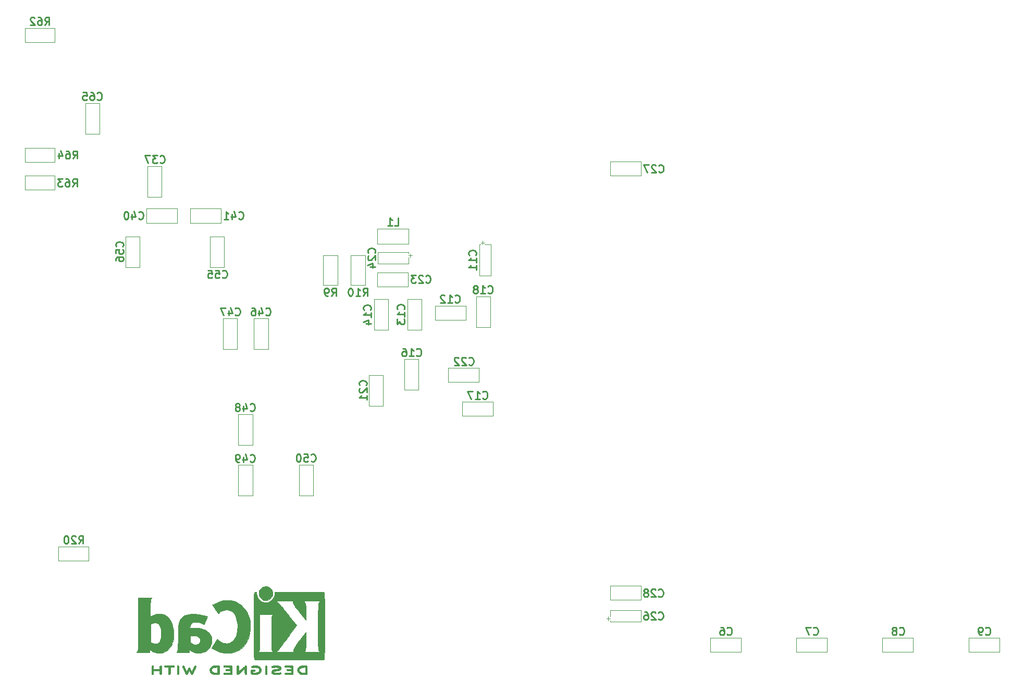
<source format=gbr>
%TF.GenerationSoftware,KiCad,Pcbnew,(5.1.7)-1*%
%TF.CreationDate,2021-04-16T09:21:30+09:00*%
%TF.ProjectId,EEG_Ver1.0A,4545475f-5665-4723-912e-30412e6b6963,Ver1.0A*%
%TF.SameCoordinates,Original*%
%TF.FileFunction,Legend,Bot*%
%TF.FilePolarity,Positive*%
%FSLAX46Y46*%
G04 Gerber Fmt 4.6, Leading zero omitted, Abs format (unit mm)*
G04 Created by KiCad (PCBNEW (5.1.7)-1) date 2021-04-16 09:21:30*
%MOMM*%
%LPD*%
G01*
G04 APERTURE LIST*
%ADD10C,0.010000*%
%ADD11C,0.120000*%
%ADD12C,0.250000*%
G04 APERTURE END LIST*
D10*
%TO.C,REF\u002A\u002A*%
G36*
X101781718Y-141428097D02*
G01*
X101718681Y-141472781D01*
X101663015Y-141528447D01*
X101663015Y-142150080D01*
X101663161Y-142334659D01*
X101663850Y-142479383D01*
X101665463Y-142589755D01*
X101668380Y-142671276D01*
X101672978Y-142729449D01*
X101679639Y-142769777D01*
X101688742Y-142797760D01*
X101700666Y-142818903D01*
X101710019Y-142831468D01*
X101771755Y-142880835D01*
X101842643Y-142886193D01*
X101907434Y-142855919D01*
X101928843Y-142838046D01*
X101943154Y-142814305D01*
X101951786Y-142776075D01*
X101956158Y-142714733D01*
X101957690Y-142621660D01*
X101957837Y-142549758D01*
X101957837Y-142278902D01*
X102955694Y-142278902D01*
X102955694Y-142525307D01*
X102956726Y-142637982D01*
X102960854Y-142715418D01*
X102969629Y-142767708D01*
X102984598Y-142804944D01*
X103002697Y-142831468D01*
X103064779Y-142880696D01*
X103134988Y-142886525D01*
X103202201Y-142851535D01*
X103220552Y-142833193D01*
X103233512Y-142808877D01*
X103242061Y-142771001D01*
X103247175Y-142711978D01*
X103249831Y-142624222D01*
X103251009Y-142500146D01*
X103251146Y-142471669D01*
X103252118Y-142237892D01*
X103252619Y-142045228D01*
X103252456Y-141889435D01*
X103251435Y-141766271D01*
X103249363Y-141671493D01*
X103246047Y-141600859D01*
X103241293Y-141550126D01*
X103234909Y-141515052D01*
X103226700Y-141491393D01*
X103216473Y-141474909D01*
X103205158Y-141462473D01*
X103141151Y-141422694D01*
X103074397Y-141428097D01*
X103011360Y-141472781D01*
X102985851Y-141501610D01*
X102969591Y-141533455D01*
X102960519Y-141578808D01*
X102956574Y-141648166D01*
X102955695Y-141752022D01*
X102955694Y-141756264D01*
X102955694Y-141984080D01*
X101957837Y-141984080D01*
X101957837Y-141745955D01*
X101956819Y-141636251D01*
X101952729Y-141562176D01*
X101944015Y-141514027D01*
X101929125Y-141482101D01*
X101912480Y-141462473D01*
X101848473Y-141422694D01*
X101781718Y-141428097D01*
G37*
X101781718Y-141428097D02*
X101718681Y-141472781D01*
X101663015Y-141528447D01*
X101663015Y-142150080D01*
X101663161Y-142334659D01*
X101663850Y-142479383D01*
X101665463Y-142589755D01*
X101668380Y-142671276D01*
X101672978Y-142729449D01*
X101679639Y-142769777D01*
X101688742Y-142797760D01*
X101700666Y-142818903D01*
X101710019Y-142831468D01*
X101771755Y-142880835D01*
X101842643Y-142886193D01*
X101907434Y-142855919D01*
X101928843Y-142838046D01*
X101943154Y-142814305D01*
X101951786Y-142776075D01*
X101956158Y-142714733D01*
X101957690Y-142621660D01*
X101957837Y-142549758D01*
X101957837Y-142278902D01*
X102955694Y-142278902D01*
X102955694Y-142525307D01*
X102956726Y-142637982D01*
X102960854Y-142715418D01*
X102969629Y-142767708D01*
X102984598Y-142804944D01*
X103002697Y-142831468D01*
X103064779Y-142880696D01*
X103134988Y-142886525D01*
X103202201Y-142851535D01*
X103220552Y-142833193D01*
X103233512Y-142808877D01*
X103242061Y-142771001D01*
X103247175Y-142711978D01*
X103249831Y-142624222D01*
X103251009Y-142500146D01*
X103251146Y-142471669D01*
X103252118Y-142237892D01*
X103252619Y-142045228D01*
X103252456Y-141889435D01*
X103251435Y-141766271D01*
X103249363Y-141671493D01*
X103246047Y-141600859D01*
X103241293Y-141550126D01*
X103234909Y-141515052D01*
X103226700Y-141491393D01*
X103216473Y-141474909D01*
X103205158Y-141462473D01*
X103141151Y-141422694D01*
X103074397Y-141428097D01*
X103011360Y-141472781D01*
X102985851Y-141501610D01*
X102969591Y-141533455D01*
X102960519Y-141578808D01*
X102956574Y-141648166D01*
X102955695Y-141752022D01*
X102955694Y-141756264D01*
X102955694Y-141984080D01*
X101957837Y-141984080D01*
X101957837Y-141745955D01*
X101956819Y-141636251D01*
X101952729Y-141562176D01*
X101944015Y-141514027D01*
X101929125Y-141482101D01*
X101912480Y-141462473D01*
X101848473Y-141422694D01*
X101781718Y-141428097D01*
G36*
X104324537Y-141417310D02*
G01*
X104166419Y-141418070D01*
X104043692Y-141419660D01*
X103951374Y-141422345D01*
X103884481Y-141426390D01*
X103838032Y-141432060D01*
X103807043Y-141439620D01*
X103786532Y-141449335D01*
X103776606Y-141456803D01*
X103725089Y-141522165D01*
X103718857Y-141590028D01*
X103750693Y-141651677D01*
X103771512Y-141676312D01*
X103793915Y-141693110D01*
X103826383Y-141703570D01*
X103877394Y-141709195D01*
X103955430Y-141711483D01*
X104068970Y-141711935D01*
X104091269Y-141711937D01*
X104384444Y-141711937D01*
X104384444Y-142256223D01*
X104384637Y-142427782D01*
X104385514Y-142559789D01*
X104387522Y-142658045D01*
X104391106Y-142728356D01*
X104396713Y-142776523D01*
X104404789Y-142808351D01*
X104415782Y-142829642D01*
X104429801Y-142845866D01*
X104495961Y-142885734D01*
X104565026Y-142882592D01*
X104627660Y-142837105D01*
X104632262Y-142831468D01*
X104647243Y-142810158D01*
X104658657Y-142785225D01*
X104666986Y-142750609D01*
X104672713Y-142700253D01*
X104676321Y-142628098D01*
X104678294Y-142528086D01*
X104679114Y-142394158D01*
X104679265Y-142241825D01*
X104679265Y-141711937D01*
X104959233Y-141711937D01*
X105079378Y-141711124D01*
X105162555Y-141707956D01*
X105217137Y-141701339D01*
X105251494Y-141690179D01*
X105274000Y-141673384D01*
X105276733Y-141670464D01*
X105309594Y-141603690D01*
X105306688Y-141528200D01*
X105268908Y-141462473D01*
X105254298Y-141449724D01*
X105235460Y-141439615D01*
X105207372Y-141431840D01*
X105165010Y-141426095D01*
X105103350Y-141422074D01*
X105017368Y-141419472D01*
X104902042Y-141417982D01*
X104752348Y-141417299D01*
X104563262Y-141417119D01*
X104523028Y-141417116D01*
X104324537Y-141417310D01*
G37*
X104324537Y-141417310D02*
X104166419Y-141418070D01*
X104043692Y-141419660D01*
X103951374Y-141422345D01*
X103884481Y-141426390D01*
X103838032Y-141432060D01*
X103807043Y-141439620D01*
X103786532Y-141449335D01*
X103776606Y-141456803D01*
X103725089Y-141522165D01*
X103718857Y-141590028D01*
X103750693Y-141651677D01*
X103771512Y-141676312D01*
X103793915Y-141693110D01*
X103826383Y-141703570D01*
X103877394Y-141709195D01*
X103955430Y-141711483D01*
X104068970Y-141711935D01*
X104091269Y-141711937D01*
X104384444Y-141711937D01*
X104384444Y-142256223D01*
X104384637Y-142427782D01*
X104385514Y-142559789D01*
X104387522Y-142658045D01*
X104391106Y-142728356D01*
X104396713Y-142776523D01*
X104404789Y-142808351D01*
X104415782Y-142829642D01*
X104429801Y-142845866D01*
X104495961Y-142885734D01*
X104565026Y-142882592D01*
X104627660Y-142837105D01*
X104632262Y-142831468D01*
X104647243Y-142810158D01*
X104658657Y-142785225D01*
X104666986Y-142750609D01*
X104672713Y-142700253D01*
X104676321Y-142628098D01*
X104678294Y-142528086D01*
X104679114Y-142394158D01*
X104679265Y-142241825D01*
X104679265Y-141711937D01*
X104959233Y-141711937D01*
X105079378Y-141711124D01*
X105162555Y-141707956D01*
X105217137Y-141701339D01*
X105251494Y-141690179D01*
X105274000Y-141673384D01*
X105276733Y-141670464D01*
X105309594Y-141603690D01*
X105306688Y-141528200D01*
X105268908Y-141462473D01*
X105254298Y-141449724D01*
X105235460Y-141439615D01*
X105207372Y-141431840D01*
X105165010Y-141426095D01*
X105103350Y-141422074D01*
X105017368Y-141419472D01*
X104902042Y-141417982D01*
X104752348Y-141417299D01*
X104563262Y-141417119D01*
X104523028Y-141417116D01*
X104324537Y-141417310D01*
G36*
X105880353Y-141430797D02*
G01*
X105832715Y-141460469D01*
X105779176Y-141503823D01*
X105779176Y-142149785D01*
X105779347Y-142338738D01*
X105780077Y-142487604D01*
X105781695Y-142601655D01*
X105784529Y-142686159D01*
X105788908Y-142746386D01*
X105795159Y-142787608D01*
X105803611Y-142815093D01*
X105814592Y-142834113D01*
X105822379Y-142843485D01*
X105885537Y-142884654D01*
X105957457Y-142882975D01*
X106020458Y-142847870D01*
X106073998Y-142804516D01*
X106073998Y-141503823D01*
X106020458Y-141460469D01*
X105968785Y-141428933D01*
X105926587Y-141417116D01*
X105880353Y-141430797D01*
G37*
X105880353Y-141430797D02*
X105832715Y-141460469D01*
X105779176Y-141503823D01*
X105779176Y-142149785D01*
X105779347Y-142338738D01*
X105780077Y-142487604D01*
X105781695Y-142601655D01*
X105784529Y-142686159D01*
X105788908Y-142746386D01*
X105795159Y-142787608D01*
X105803611Y-142815093D01*
X105814592Y-142834113D01*
X105822379Y-142843485D01*
X105885537Y-142884654D01*
X105957457Y-142882975D01*
X106020458Y-142847870D01*
X106073998Y-142804516D01*
X106073998Y-141503823D01*
X106020458Y-141460469D01*
X105968785Y-141428933D01*
X105926587Y-141417116D01*
X105880353Y-141430797D01*
G36*
X106772215Y-141421068D02*
G01*
X106732861Y-141435132D01*
X106731342Y-141435820D01*
X106677900Y-141476604D01*
X106648455Y-141518555D01*
X106642693Y-141538224D01*
X106642978Y-141564360D01*
X106651085Y-141601591D01*
X106668792Y-141654551D01*
X106697876Y-141727868D01*
X106740113Y-141826174D01*
X106797280Y-141954099D01*
X106871154Y-142116275D01*
X106911816Y-142204916D01*
X106985241Y-142363158D01*
X107054169Y-142508680D01*
X107115968Y-142636160D01*
X107168009Y-142740279D01*
X107207659Y-142815716D01*
X107232289Y-142857151D01*
X107237163Y-142862875D01*
X107299522Y-142888125D01*
X107369960Y-142884743D01*
X107426452Y-142854033D01*
X107428754Y-142851535D01*
X107451226Y-142817515D01*
X107488922Y-142751251D01*
X107537194Y-142661272D01*
X107591392Y-142556109D01*
X107610870Y-142517356D01*
X107757898Y-142222863D01*
X107918157Y-142542772D01*
X107975359Y-142653306D01*
X108028429Y-142749167D01*
X108073031Y-142823016D01*
X108104830Y-142867516D01*
X108115607Y-142876952D01*
X108199374Y-142889732D01*
X108268496Y-142862875D01*
X108288829Y-142834172D01*
X108324014Y-142770381D01*
X108371181Y-142677779D01*
X108427460Y-142562643D01*
X108489981Y-142431249D01*
X108555873Y-142289875D01*
X108622266Y-142144797D01*
X108686290Y-142002293D01*
X108745074Y-141868640D01*
X108795748Y-141750114D01*
X108835442Y-141652992D01*
X108861285Y-141583552D01*
X108870408Y-141548070D01*
X108870315Y-141546785D01*
X108848119Y-141502137D01*
X108803754Y-141456663D01*
X108801141Y-141454685D01*
X108746614Y-141423863D01*
X108696179Y-141424161D01*
X108677276Y-141429972D01*
X108654241Y-141442530D01*
X108629780Y-141467234D01*
X108600958Y-141509207D01*
X108564840Y-141573575D01*
X108518492Y-141665463D01*
X108458981Y-141789994D01*
X108405313Y-141904946D01*
X108343568Y-142038195D01*
X108288240Y-142158023D01*
X108242203Y-142258171D01*
X108208330Y-142332378D01*
X108189498Y-142374384D01*
X108186751Y-142380955D01*
X108174398Y-142370213D01*
X108146007Y-142325236D01*
X108105355Y-142252588D01*
X108056221Y-142158834D01*
X108036669Y-142120152D01*
X107970435Y-141989535D01*
X107919356Y-141894411D01*
X107879240Y-141829252D01*
X107845896Y-141788525D01*
X107815131Y-141766701D01*
X107782755Y-141758249D01*
X107761656Y-141757294D01*
X107724438Y-141760592D01*
X107691824Y-141774232D01*
X107659418Y-141803834D01*
X107622824Y-141855016D01*
X107577646Y-141933398D01*
X107519488Y-142044600D01*
X107487400Y-142107858D01*
X107435352Y-142208675D01*
X107389956Y-142292280D01*
X107355220Y-142351620D01*
X107335147Y-142379639D01*
X107332417Y-142380806D01*
X107319454Y-142358754D01*
X107290431Y-142301493D01*
X107248255Y-142215016D01*
X107195832Y-142105316D01*
X107136069Y-141978386D01*
X107106671Y-141915339D01*
X107030192Y-141752630D01*
X106968608Y-141627429D01*
X106918722Y-141535651D01*
X106877337Y-141473210D01*
X106841256Y-141436023D01*
X106807281Y-141420004D01*
X106772215Y-141421068D01*
G37*
X106772215Y-141421068D02*
X106732861Y-141435132D01*
X106731342Y-141435820D01*
X106677900Y-141476604D01*
X106648455Y-141518555D01*
X106642693Y-141538224D01*
X106642978Y-141564360D01*
X106651085Y-141601591D01*
X106668792Y-141654551D01*
X106697876Y-141727868D01*
X106740113Y-141826174D01*
X106797280Y-141954099D01*
X106871154Y-142116275D01*
X106911816Y-142204916D01*
X106985241Y-142363158D01*
X107054169Y-142508680D01*
X107115968Y-142636160D01*
X107168009Y-142740279D01*
X107207659Y-142815716D01*
X107232289Y-142857151D01*
X107237163Y-142862875D01*
X107299522Y-142888125D01*
X107369960Y-142884743D01*
X107426452Y-142854033D01*
X107428754Y-142851535D01*
X107451226Y-142817515D01*
X107488922Y-142751251D01*
X107537194Y-142661272D01*
X107591392Y-142556109D01*
X107610870Y-142517356D01*
X107757898Y-142222863D01*
X107918157Y-142542772D01*
X107975359Y-142653306D01*
X108028429Y-142749167D01*
X108073031Y-142823016D01*
X108104830Y-142867516D01*
X108115607Y-142876952D01*
X108199374Y-142889732D01*
X108268496Y-142862875D01*
X108288829Y-142834172D01*
X108324014Y-142770381D01*
X108371181Y-142677779D01*
X108427460Y-142562643D01*
X108489981Y-142431249D01*
X108555873Y-142289875D01*
X108622266Y-142144797D01*
X108686290Y-142002293D01*
X108745074Y-141868640D01*
X108795748Y-141750114D01*
X108835442Y-141652992D01*
X108861285Y-141583552D01*
X108870408Y-141548070D01*
X108870315Y-141546785D01*
X108848119Y-141502137D01*
X108803754Y-141456663D01*
X108801141Y-141454685D01*
X108746614Y-141423863D01*
X108696179Y-141424161D01*
X108677276Y-141429972D01*
X108654241Y-141442530D01*
X108629780Y-141467234D01*
X108600958Y-141509207D01*
X108564840Y-141573575D01*
X108518492Y-141665463D01*
X108458981Y-141789994D01*
X108405313Y-141904946D01*
X108343568Y-142038195D01*
X108288240Y-142158023D01*
X108242203Y-142258171D01*
X108208330Y-142332378D01*
X108189498Y-142374384D01*
X108186751Y-142380955D01*
X108174398Y-142370213D01*
X108146007Y-142325236D01*
X108105355Y-142252588D01*
X108056221Y-142158834D01*
X108036669Y-142120152D01*
X107970435Y-141989535D01*
X107919356Y-141894411D01*
X107879240Y-141829252D01*
X107845896Y-141788525D01*
X107815131Y-141766701D01*
X107782755Y-141758249D01*
X107761656Y-141757294D01*
X107724438Y-141760592D01*
X107691824Y-141774232D01*
X107659418Y-141803834D01*
X107622824Y-141855016D01*
X107577646Y-141933398D01*
X107519488Y-142044600D01*
X107487400Y-142107858D01*
X107435352Y-142208675D01*
X107389956Y-142292280D01*
X107355220Y-142351620D01*
X107335147Y-142379639D01*
X107332417Y-142380806D01*
X107319454Y-142358754D01*
X107290431Y-142301493D01*
X107248255Y-142215016D01*
X107195832Y-142105316D01*
X107136069Y-141978386D01*
X107106671Y-141915339D01*
X107030192Y-141752630D01*
X106968608Y-141627429D01*
X106918722Y-141535651D01*
X106877337Y-141473210D01*
X106841256Y-141436023D01*
X106807281Y-141420004D01*
X106772215Y-141421068D01*
G36*
X112249270Y-141417534D02*
G01*
X111990159Y-141426295D01*
X111769774Y-141452863D01*
X111584481Y-141498828D01*
X111430645Y-141565783D01*
X111304634Y-141655316D01*
X111202813Y-141769019D01*
X111121549Y-141908482D01*
X111119950Y-141911883D01*
X111071451Y-142036702D01*
X111054171Y-142147246D01*
X111068175Y-142258497D01*
X111113532Y-142385433D01*
X111122134Y-142404749D01*
X111180794Y-142517806D01*
X111246720Y-142605165D01*
X111331806Y-142679427D01*
X111447946Y-142753191D01*
X111454693Y-142757042D01*
X111555796Y-142805608D01*
X111670071Y-142841879D01*
X111804859Y-142867106D01*
X111967505Y-142882539D01*
X112165351Y-142889431D01*
X112235253Y-142890030D01*
X112568116Y-142891223D01*
X112615119Y-142831468D01*
X112629062Y-142811819D01*
X112639939Y-142788873D01*
X112648129Y-142757129D01*
X112654013Y-142711082D01*
X112657969Y-142645233D01*
X112659259Y-142596402D01*
X112344623Y-142596402D01*
X112156020Y-142596402D01*
X112045655Y-142593174D01*
X111932359Y-142584681D01*
X111839375Y-142572703D01*
X111833762Y-142571694D01*
X111668610Y-142527388D01*
X111540510Y-142460822D01*
X111445410Y-142368907D01*
X111379257Y-142248555D01*
X111367753Y-142216658D01*
X111356478Y-142166980D01*
X111361360Y-142117900D01*
X111385113Y-142052607D01*
X111399431Y-142020532D01*
X111446318Y-141935297D01*
X111502809Y-141875499D01*
X111564965Y-141833857D01*
X111689468Y-141779668D01*
X111848806Y-141740415D01*
X112034427Y-141717812D01*
X112168864Y-141712837D01*
X112344623Y-141711937D01*
X112344623Y-142596402D01*
X112659259Y-142596402D01*
X112660378Y-142554078D01*
X112661619Y-142432115D01*
X112662072Y-142273841D01*
X112662123Y-142150080D01*
X112662123Y-141528447D01*
X112606457Y-141472781D01*
X112581752Y-141450218D01*
X112555039Y-141434766D01*
X112517736Y-141425098D01*
X112461257Y-141419887D01*
X112377022Y-141417805D01*
X112256445Y-141417524D01*
X112249270Y-141417534D01*
G37*
X112249270Y-141417534D02*
X111990159Y-141426295D01*
X111769774Y-141452863D01*
X111584481Y-141498828D01*
X111430645Y-141565783D01*
X111304634Y-141655316D01*
X111202813Y-141769019D01*
X111121549Y-141908482D01*
X111119950Y-141911883D01*
X111071451Y-142036702D01*
X111054171Y-142147246D01*
X111068175Y-142258497D01*
X111113532Y-142385433D01*
X111122134Y-142404749D01*
X111180794Y-142517806D01*
X111246720Y-142605165D01*
X111331806Y-142679427D01*
X111447946Y-142753191D01*
X111454693Y-142757042D01*
X111555796Y-142805608D01*
X111670071Y-142841879D01*
X111804859Y-142867106D01*
X111967505Y-142882539D01*
X112165351Y-142889431D01*
X112235253Y-142890030D01*
X112568116Y-142891223D01*
X112615119Y-142831468D01*
X112629062Y-142811819D01*
X112639939Y-142788873D01*
X112648129Y-142757129D01*
X112654013Y-142711082D01*
X112657969Y-142645233D01*
X112659259Y-142596402D01*
X112344623Y-142596402D01*
X112156020Y-142596402D01*
X112045655Y-142593174D01*
X111932359Y-142584681D01*
X111839375Y-142572703D01*
X111833762Y-142571694D01*
X111668610Y-142527388D01*
X111540510Y-142460822D01*
X111445410Y-142368907D01*
X111379257Y-142248555D01*
X111367753Y-142216658D01*
X111356478Y-142166980D01*
X111361360Y-142117900D01*
X111385113Y-142052607D01*
X111399431Y-142020532D01*
X111446318Y-141935297D01*
X111502809Y-141875499D01*
X111564965Y-141833857D01*
X111689468Y-141779668D01*
X111848806Y-141740415D01*
X112034427Y-141717812D01*
X112168864Y-141712837D01*
X112344623Y-141711937D01*
X112344623Y-142596402D01*
X112659259Y-142596402D01*
X112660378Y-142554078D01*
X112661619Y-142432115D01*
X112662072Y-142273841D01*
X112662123Y-142150080D01*
X112662123Y-141528447D01*
X112606457Y-141472781D01*
X112581752Y-141450218D01*
X112555039Y-141434766D01*
X112517736Y-141425098D01*
X112461257Y-141419887D01*
X112377022Y-141417805D01*
X112256445Y-141417524D01*
X112249270Y-141417534D01*
G36*
X113832237Y-141417503D02*
G01*
X113678838Y-141419340D01*
X113561285Y-141423634D01*
X113474824Y-141431395D01*
X113414700Y-141443633D01*
X113376160Y-141461358D01*
X113354448Y-141485579D01*
X113344810Y-141517305D01*
X113342492Y-141557546D01*
X113342480Y-141562298D01*
X113344492Y-141607814D01*
X113354005Y-141642992D01*
X113376229Y-141669251D01*
X113416378Y-141688012D01*
X113479664Y-141700696D01*
X113571298Y-141708722D01*
X113696493Y-141713512D01*
X113860461Y-141716484D01*
X113910717Y-141717143D01*
X114397033Y-141723277D01*
X114403835Y-141853678D01*
X114410636Y-141984080D01*
X114072841Y-141984080D01*
X113940873Y-141984567D01*
X113846643Y-141986626D01*
X113782535Y-141991155D01*
X113740936Y-141999053D01*
X113714230Y-142011218D01*
X113694802Y-142028548D01*
X113694678Y-142028686D01*
X113659443Y-142096224D01*
X113660717Y-142169221D01*
X113697696Y-142231448D01*
X113705015Y-142237844D01*
X113730990Y-142254328D01*
X113766583Y-142265796D01*
X113819727Y-142273111D01*
X113898352Y-142277138D01*
X114010390Y-142278740D01*
X114082046Y-142278902D01*
X114408373Y-142278902D01*
X114408373Y-142596402D01*
X113912959Y-142596402D01*
X113749394Y-142596688D01*
X113625183Y-142597857D01*
X113534325Y-142600377D01*
X113470820Y-142604715D01*
X113428667Y-142611337D01*
X113401864Y-142620710D01*
X113384411Y-142633302D01*
X113380013Y-142637875D01*
X113347540Y-142701249D01*
X113345164Y-142773347D01*
X113371805Y-142835858D01*
X113392883Y-142855919D01*
X113414810Y-142866963D01*
X113448785Y-142875508D01*
X113500182Y-142881852D01*
X113574375Y-142886295D01*
X113676739Y-142889136D01*
X113812647Y-142890675D01*
X113987475Y-142891210D01*
X114027000Y-142891223D01*
X114204756Y-142891107D01*
X114342738Y-142890465D01*
X114446524Y-142888857D01*
X114521697Y-142885844D01*
X114573839Y-142880986D01*
X114608529Y-142873844D01*
X114631350Y-142863977D01*
X114647883Y-142850946D01*
X114656953Y-142841589D01*
X114670606Y-142825017D01*
X114681272Y-142804487D01*
X114689320Y-142774616D01*
X114695116Y-142730021D01*
X114699027Y-142665317D01*
X114701423Y-142575120D01*
X114702670Y-142454047D01*
X114703136Y-142296713D01*
X114703194Y-142164291D01*
X114703051Y-141978735D01*
X114702374Y-141833065D01*
X114700788Y-141721811D01*
X114697919Y-141639501D01*
X114693393Y-141580666D01*
X114686836Y-141539834D01*
X114677874Y-141511535D01*
X114666133Y-141490298D01*
X114656191Y-141476871D01*
X114609188Y-141417116D01*
X114026237Y-141417116D01*
X113832237Y-141417503D01*
G37*
X113832237Y-141417503D02*
X113678838Y-141419340D01*
X113561285Y-141423634D01*
X113474824Y-141431395D01*
X113414700Y-141443633D01*
X113376160Y-141461358D01*
X113354448Y-141485579D01*
X113344810Y-141517305D01*
X113342492Y-141557546D01*
X113342480Y-141562298D01*
X113344492Y-141607814D01*
X113354005Y-141642992D01*
X113376229Y-141669251D01*
X113416378Y-141688012D01*
X113479664Y-141700696D01*
X113571298Y-141708722D01*
X113696493Y-141713512D01*
X113860461Y-141716484D01*
X113910717Y-141717143D01*
X114397033Y-141723277D01*
X114403835Y-141853678D01*
X114410636Y-141984080D01*
X114072841Y-141984080D01*
X113940873Y-141984567D01*
X113846643Y-141986626D01*
X113782535Y-141991155D01*
X113740936Y-141999053D01*
X113714230Y-142011218D01*
X113694802Y-142028548D01*
X113694678Y-142028686D01*
X113659443Y-142096224D01*
X113660717Y-142169221D01*
X113697696Y-142231448D01*
X113705015Y-142237844D01*
X113730990Y-142254328D01*
X113766583Y-142265796D01*
X113819727Y-142273111D01*
X113898352Y-142277138D01*
X114010390Y-142278740D01*
X114082046Y-142278902D01*
X114408373Y-142278902D01*
X114408373Y-142596402D01*
X113912959Y-142596402D01*
X113749394Y-142596688D01*
X113625183Y-142597857D01*
X113534325Y-142600377D01*
X113470820Y-142604715D01*
X113428667Y-142611337D01*
X113401864Y-142620710D01*
X113384411Y-142633302D01*
X113380013Y-142637875D01*
X113347540Y-142701249D01*
X113345164Y-142773347D01*
X113371805Y-142835858D01*
X113392883Y-142855919D01*
X113414810Y-142866963D01*
X113448785Y-142875508D01*
X113500182Y-142881852D01*
X113574375Y-142886295D01*
X113676739Y-142889136D01*
X113812647Y-142890675D01*
X113987475Y-142891210D01*
X114027000Y-142891223D01*
X114204756Y-142891107D01*
X114342738Y-142890465D01*
X114446524Y-142888857D01*
X114521697Y-142885844D01*
X114573839Y-142880986D01*
X114608529Y-142873844D01*
X114631350Y-142863977D01*
X114647883Y-142850946D01*
X114656953Y-142841589D01*
X114670606Y-142825017D01*
X114681272Y-142804487D01*
X114689320Y-142774616D01*
X114695116Y-142730021D01*
X114699027Y-142665317D01*
X114701423Y-142575120D01*
X114702670Y-142454047D01*
X114703136Y-142296713D01*
X114703194Y-142164291D01*
X114703051Y-141978735D01*
X114702374Y-141833065D01*
X114700788Y-141721811D01*
X114697919Y-141639501D01*
X114693393Y-141580666D01*
X114686836Y-141539834D01*
X114677874Y-141511535D01*
X114666133Y-141490298D01*
X114656191Y-141476871D01*
X114609188Y-141417116D01*
X114026237Y-141417116D01*
X113832237Y-141417503D01*
G36*
X116906815Y-141425918D02*
G01*
X116859473Y-141453690D01*
X116797572Y-141499108D01*
X116717903Y-141564312D01*
X116617260Y-141651440D01*
X116492432Y-141762633D01*
X116340212Y-141900030D01*
X116165962Y-142057999D01*
X115803105Y-142387050D01*
X115791765Y-141945388D01*
X115787671Y-141793357D01*
X115783722Y-141680140D01*
X115779042Y-141599203D01*
X115772759Y-141544016D01*
X115763998Y-141508045D01*
X115751886Y-141484758D01*
X115735549Y-141467622D01*
X115726887Y-141460421D01*
X115657517Y-141422346D01*
X115591507Y-141427913D01*
X115539144Y-141460440D01*
X115485605Y-141503765D01*
X115478946Y-142136482D01*
X115477103Y-142322564D01*
X115476165Y-142468744D01*
X115476457Y-142580474D01*
X115478303Y-142663205D01*
X115482030Y-142722389D01*
X115487960Y-142763476D01*
X115496420Y-142791919D01*
X115507733Y-142813168D01*
X115520280Y-142830211D01*
X115547424Y-142861818D01*
X115574433Y-142882769D01*
X115605050Y-142890811D01*
X115643023Y-142883688D01*
X115692098Y-142859149D01*
X115756020Y-142814937D01*
X115838535Y-142748799D01*
X115943390Y-142658482D01*
X116074331Y-142541731D01*
X116222658Y-142407582D01*
X116755605Y-141924152D01*
X116766944Y-142364370D01*
X116771045Y-142516124D01*
X116775005Y-142629077D01*
X116779701Y-142709775D01*
X116786013Y-142764764D01*
X116794817Y-142800588D01*
X116806992Y-142823793D01*
X116823417Y-142840924D01*
X116831823Y-142847906D01*
X116906114Y-142886257D01*
X116976312Y-142880472D01*
X117037441Y-142831468D01*
X117051425Y-142811753D01*
X117062324Y-142788729D01*
X117070521Y-142756872D01*
X117076400Y-142710658D01*
X117080344Y-142644563D01*
X117082736Y-142553062D01*
X117083959Y-142430634D01*
X117084398Y-142271752D01*
X117084444Y-142154169D01*
X117084297Y-141970256D01*
X117083599Y-141826175D01*
X117081967Y-141716403D01*
X117079019Y-141635416D01*
X117074369Y-141577691D01*
X117067637Y-141537704D01*
X117058437Y-141509930D01*
X117046386Y-141488846D01*
X117037441Y-141476871D01*
X117014766Y-141448503D01*
X116993575Y-141427085D01*
X116970658Y-141414755D01*
X116942808Y-141413653D01*
X116906815Y-141425918D01*
G37*
X116906815Y-141425918D02*
X116859473Y-141453690D01*
X116797572Y-141499108D01*
X116717903Y-141564312D01*
X116617260Y-141651440D01*
X116492432Y-141762633D01*
X116340212Y-141900030D01*
X116165962Y-142057999D01*
X115803105Y-142387050D01*
X115791765Y-141945388D01*
X115787671Y-141793357D01*
X115783722Y-141680140D01*
X115779042Y-141599203D01*
X115772759Y-141544016D01*
X115763998Y-141508045D01*
X115751886Y-141484758D01*
X115735549Y-141467622D01*
X115726887Y-141460421D01*
X115657517Y-141422346D01*
X115591507Y-141427913D01*
X115539144Y-141460440D01*
X115485605Y-141503765D01*
X115478946Y-142136482D01*
X115477103Y-142322564D01*
X115476165Y-142468744D01*
X115476457Y-142580474D01*
X115478303Y-142663205D01*
X115482030Y-142722389D01*
X115487960Y-142763476D01*
X115496420Y-142791919D01*
X115507733Y-142813168D01*
X115520280Y-142830211D01*
X115547424Y-142861818D01*
X115574433Y-142882769D01*
X115605050Y-142890811D01*
X115643023Y-142883688D01*
X115692098Y-142859149D01*
X115756020Y-142814937D01*
X115838535Y-142748799D01*
X115943390Y-142658482D01*
X116074331Y-142541731D01*
X116222658Y-142407582D01*
X116755605Y-141924152D01*
X116766944Y-142364370D01*
X116771045Y-142516124D01*
X116775005Y-142629077D01*
X116779701Y-142709775D01*
X116786013Y-142764764D01*
X116794817Y-142800588D01*
X116806992Y-142823793D01*
X116823417Y-142840924D01*
X116831823Y-142847906D01*
X116906114Y-142886257D01*
X116976312Y-142880472D01*
X117037441Y-142831468D01*
X117051425Y-142811753D01*
X117062324Y-142788729D01*
X117070521Y-142756872D01*
X117076400Y-142710658D01*
X117080344Y-142644563D01*
X117082736Y-142553062D01*
X117083959Y-142430634D01*
X117084398Y-142271752D01*
X117084444Y-142154169D01*
X117084297Y-141970256D01*
X117083599Y-141826175D01*
X117081967Y-141716403D01*
X117079019Y-141635416D01*
X117074369Y-141577691D01*
X117067637Y-141537704D01*
X117058437Y-141509930D01*
X117046386Y-141488846D01*
X117037441Y-141476871D01*
X117014766Y-141448503D01*
X116993575Y-141427085D01*
X116970658Y-141414755D01*
X116942808Y-141413653D01*
X116906815Y-141425918D01*
G36*
X118212553Y-141428229D02*
G01*
X118074908Y-141451325D01*
X117969194Y-141487228D01*
X117900420Y-141534501D01*
X117881679Y-141561471D01*
X117862621Y-141624198D01*
X117875446Y-141680945D01*
X117915933Y-141734758D01*
X117978842Y-141759933D01*
X118070123Y-141757888D01*
X118140724Y-141744249D01*
X118297606Y-141718263D01*
X118457934Y-141715793D01*
X118637389Y-141736886D01*
X118686958Y-141745823D01*
X118853823Y-141792869D01*
X118984366Y-141862852D01*
X119077156Y-141954579D01*
X119130761Y-142066857D01*
X119141848Y-142124905D01*
X119134591Y-142242676D01*
X119087739Y-142346873D01*
X119005562Y-142435465D01*
X118892329Y-142506421D01*
X118752309Y-142557710D01*
X118589771Y-142587302D01*
X118408985Y-142593166D01*
X118214218Y-142573271D01*
X118203221Y-142571395D01*
X118125754Y-142556966D01*
X118082802Y-142543029D01*
X118064185Y-142522349D01*
X118059724Y-142487693D01*
X118059623Y-142469341D01*
X118059623Y-142392294D01*
X118197185Y-142392294D01*
X118318662Y-142383973D01*
X118401561Y-142357455D01*
X118449794Y-142310412D01*
X118467276Y-142240513D01*
X118467490Y-142231390D01*
X118457261Y-142171645D01*
X118422188Y-142128984D01*
X118356910Y-142100752D01*
X118256070Y-142084294D01*
X118158395Y-142078243D01*
X118016431Y-142074771D01*
X117913457Y-142080069D01*
X117843227Y-142099616D01*
X117799494Y-142138896D01*
X117776010Y-142203389D01*
X117766529Y-142298577D01*
X117764801Y-142423598D01*
X117767632Y-142563146D01*
X117776147Y-142658070D01*
X117790386Y-142708747D01*
X117793149Y-142712716D01*
X117871330Y-142776039D01*
X117985955Y-142826185D01*
X118129760Y-142862085D01*
X118295476Y-142882667D01*
X118475838Y-142886860D01*
X118663578Y-142873592D01*
X118773998Y-142857295D01*
X118947188Y-142808274D01*
X119108154Y-142728133D01*
X119242924Y-142624121D01*
X119263408Y-142603332D01*
X119329961Y-142515936D01*
X119390011Y-142407621D01*
X119436544Y-142294063D01*
X119462543Y-142190940D01*
X119465676Y-142151334D01*
X119452336Y-142068717D01*
X119416880Y-141965926D01*
X119366111Y-141857729D01*
X119306832Y-141758892D01*
X119254459Y-141692875D01*
X119132006Y-141594675D01*
X118973712Y-141516515D01*
X118785249Y-141460162D01*
X118572290Y-141427386D01*
X118377123Y-141419377D01*
X118212553Y-141428229D01*
G37*
X118212553Y-141428229D02*
X118074908Y-141451325D01*
X117969194Y-141487228D01*
X117900420Y-141534501D01*
X117881679Y-141561471D01*
X117862621Y-141624198D01*
X117875446Y-141680945D01*
X117915933Y-141734758D01*
X117978842Y-141759933D01*
X118070123Y-141757888D01*
X118140724Y-141744249D01*
X118297606Y-141718263D01*
X118457934Y-141715793D01*
X118637389Y-141736886D01*
X118686958Y-141745823D01*
X118853823Y-141792869D01*
X118984366Y-141862852D01*
X119077156Y-141954579D01*
X119130761Y-142066857D01*
X119141848Y-142124905D01*
X119134591Y-142242676D01*
X119087739Y-142346873D01*
X119005562Y-142435465D01*
X118892329Y-142506421D01*
X118752309Y-142557710D01*
X118589771Y-142587302D01*
X118408985Y-142593166D01*
X118214218Y-142573271D01*
X118203221Y-142571395D01*
X118125754Y-142556966D01*
X118082802Y-142543029D01*
X118064185Y-142522349D01*
X118059724Y-142487693D01*
X118059623Y-142469341D01*
X118059623Y-142392294D01*
X118197185Y-142392294D01*
X118318662Y-142383973D01*
X118401561Y-142357455D01*
X118449794Y-142310412D01*
X118467276Y-142240513D01*
X118467490Y-142231390D01*
X118457261Y-142171645D01*
X118422188Y-142128984D01*
X118356910Y-142100752D01*
X118256070Y-142084294D01*
X118158395Y-142078243D01*
X118016431Y-142074771D01*
X117913457Y-142080069D01*
X117843227Y-142099616D01*
X117799494Y-142138896D01*
X117776010Y-142203389D01*
X117766529Y-142298577D01*
X117764801Y-142423598D01*
X117767632Y-142563146D01*
X117776147Y-142658070D01*
X117790386Y-142708747D01*
X117793149Y-142712716D01*
X117871330Y-142776039D01*
X117985955Y-142826185D01*
X118129760Y-142862085D01*
X118295476Y-142882667D01*
X118475838Y-142886860D01*
X118663578Y-142873592D01*
X118773998Y-142857295D01*
X118947188Y-142808274D01*
X119108154Y-142728133D01*
X119242924Y-142624121D01*
X119263408Y-142603332D01*
X119329961Y-142515936D01*
X119390011Y-142407621D01*
X119436544Y-142294063D01*
X119462543Y-142190940D01*
X119465676Y-142151334D01*
X119452336Y-142068717D01*
X119416880Y-141965926D01*
X119366111Y-141857729D01*
X119306832Y-141758892D01*
X119254459Y-141692875D01*
X119132006Y-141594675D01*
X118973712Y-141516515D01*
X118785249Y-141460162D01*
X118572290Y-141427386D01*
X118377123Y-141419377D01*
X118212553Y-141428229D01*
G36*
X120168730Y-141462473D02*
G01*
X120155509Y-141477687D01*
X120145139Y-141497314D01*
X120137273Y-141526611D01*
X120131567Y-141570836D01*
X120127677Y-141635247D01*
X120125258Y-141725101D01*
X120123964Y-141845657D01*
X120123452Y-142002171D01*
X120123373Y-142154169D01*
X120123513Y-142342701D01*
X120124162Y-142491133D01*
X120125666Y-142604724D01*
X120128369Y-142688732D01*
X120132616Y-142748413D01*
X120138752Y-142789025D01*
X120147121Y-142815827D01*
X120158069Y-142834076D01*
X120168730Y-142845866D01*
X120235031Y-142885403D01*
X120305676Y-142881854D01*
X120368884Y-142838734D01*
X120383407Y-142821900D01*
X120394757Y-142802367D01*
X120403325Y-142774738D01*
X120409502Y-142733612D01*
X120413678Y-142673591D01*
X120416245Y-142589274D01*
X120417592Y-142475263D01*
X120418112Y-142326157D01*
X120418194Y-142157346D01*
X120418194Y-141528447D01*
X120362528Y-141472781D01*
X120293914Y-141425948D01*
X120227357Y-141424261D01*
X120168730Y-141462473D01*
G37*
X120168730Y-141462473D02*
X120155509Y-141477687D01*
X120145139Y-141497314D01*
X120137273Y-141526611D01*
X120131567Y-141570836D01*
X120127677Y-141635247D01*
X120125258Y-141725101D01*
X120123964Y-141845657D01*
X120123452Y-142002171D01*
X120123373Y-142154169D01*
X120123513Y-142342701D01*
X120124162Y-142491133D01*
X120125666Y-142604724D01*
X120128369Y-142688732D01*
X120132616Y-142748413D01*
X120138752Y-142789025D01*
X120147121Y-142815827D01*
X120158069Y-142834076D01*
X120168730Y-142845866D01*
X120235031Y-142885403D01*
X120305676Y-142881854D01*
X120368884Y-142838734D01*
X120383407Y-142821900D01*
X120394757Y-142802367D01*
X120403325Y-142774738D01*
X120409502Y-142733612D01*
X120413678Y-142673591D01*
X120416245Y-142589274D01*
X120417592Y-142475263D01*
X120418112Y-142326157D01*
X120418194Y-142157346D01*
X120418194Y-141528447D01*
X120362528Y-141472781D01*
X120293914Y-141425948D01*
X120227357Y-141424261D01*
X120168730Y-141462473D01*
G36*
X121711346Y-141419696D02*
G01*
X121561048Y-141430203D01*
X121421263Y-141446614D01*
X121300117Y-141468310D01*
X121205734Y-141494673D01*
X121146241Y-141525087D01*
X121137109Y-141534040D01*
X121105355Y-141603511D01*
X121114984Y-141674831D01*
X121164237Y-141735850D01*
X121166587Y-141737598D01*
X121195557Y-141756399D01*
X121225799Y-141766285D01*
X121267981Y-141767486D01*
X121332772Y-141760230D01*
X121430841Y-141744747D01*
X121438730Y-141743444D01*
X121584857Y-141725492D01*
X121742514Y-141716636D01*
X121900636Y-141716550D01*
X122048160Y-141724908D01*
X122174020Y-141741382D01*
X122267152Y-141765646D01*
X122273271Y-141768085D01*
X122340835Y-141805940D01*
X122364573Y-141844250D01*
X122345990Y-141881927D01*
X122286591Y-141917883D01*
X122187881Y-141951029D01*
X122051365Y-141980277D01*
X121960337Y-141994359D01*
X121771118Y-142021446D01*
X121620625Y-142046207D01*
X121502446Y-142070786D01*
X121410171Y-142097328D01*
X121337390Y-142127976D01*
X121277690Y-142164875D01*
X121224662Y-142210168D01*
X121182049Y-142254646D01*
X121131494Y-142316618D01*
X121106615Y-142369907D01*
X121098834Y-142435562D01*
X121098551Y-142459606D01*
X121104395Y-142539394D01*
X121127751Y-142598753D01*
X121168173Y-142651439D01*
X121250324Y-142731977D01*
X121341932Y-142793397D01*
X121449804Y-142837702D01*
X121580745Y-142866895D01*
X121741564Y-142882979D01*
X121939066Y-142887956D01*
X121971676Y-142887872D01*
X122103381Y-142885142D01*
X122233995Y-142878939D01*
X122349281Y-142870153D01*
X122435000Y-142859673D01*
X122441933Y-142858470D01*
X122527159Y-142838281D01*
X122599447Y-142812778D01*
X122640370Y-142789462D01*
X122678454Y-142727952D01*
X122681105Y-142656325D01*
X122648275Y-142592494D01*
X122640930Y-142585276D01*
X122610568Y-142563830D01*
X122572598Y-142554590D01*
X122513832Y-142556163D01*
X122442492Y-142564336D01*
X122362777Y-142571637D01*
X122251029Y-142577797D01*
X122120572Y-142582267D01*
X121984726Y-142584499D01*
X121948998Y-142584646D01*
X121812646Y-142584096D01*
X121712856Y-142581449D01*
X121640848Y-142575786D01*
X121587840Y-142566189D01*
X121545053Y-142551740D01*
X121519340Y-142539705D01*
X121462837Y-142506288D01*
X121426813Y-142476024D01*
X121421548Y-142467445D01*
X121432655Y-142432019D01*
X121485457Y-142397724D01*
X121576296Y-142366117D01*
X121701512Y-142338754D01*
X121738404Y-142332659D01*
X121931098Y-142302393D01*
X122084884Y-142277096D01*
X122205697Y-142254929D01*
X122299475Y-142234053D01*
X122372151Y-142212630D01*
X122429663Y-142188822D01*
X122477945Y-142160791D01*
X122522933Y-142126698D01*
X122570563Y-142084705D01*
X122586591Y-142069982D01*
X122642786Y-142015037D01*
X122672532Y-141971504D01*
X122684169Y-141921688D01*
X122686051Y-141858912D01*
X122665331Y-141735808D01*
X122603409Y-141631214D01*
X122500639Y-141545468D01*
X122357378Y-141478907D01*
X122255158Y-141449052D01*
X122144063Y-141429770D01*
X122010979Y-141418862D01*
X121864032Y-141415710D01*
X121711346Y-141419696D01*
G37*
X121711346Y-141419696D02*
X121561048Y-141430203D01*
X121421263Y-141446614D01*
X121300117Y-141468310D01*
X121205734Y-141494673D01*
X121146241Y-141525087D01*
X121137109Y-141534040D01*
X121105355Y-141603511D01*
X121114984Y-141674831D01*
X121164237Y-141735850D01*
X121166587Y-141737598D01*
X121195557Y-141756399D01*
X121225799Y-141766285D01*
X121267981Y-141767486D01*
X121332772Y-141760230D01*
X121430841Y-141744747D01*
X121438730Y-141743444D01*
X121584857Y-141725492D01*
X121742514Y-141716636D01*
X121900636Y-141716550D01*
X122048160Y-141724908D01*
X122174020Y-141741382D01*
X122267152Y-141765646D01*
X122273271Y-141768085D01*
X122340835Y-141805940D01*
X122364573Y-141844250D01*
X122345990Y-141881927D01*
X122286591Y-141917883D01*
X122187881Y-141951029D01*
X122051365Y-141980277D01*
X121960337Y-141994359D01*
X121771118Y-142021446D01*
X121620625Y-142046207D01*
X121502446Y-142070786D01*
X121410171Y-142097328D01*
X121337390Y-142127976D01*
X121277690Y-142164875D01*
X121224662Y-142210168D01*
X121182049Y-142254646D01*
X121131494Y-142316618D01*
X121106615Y-142369907D01*
X121098834Y-142435562D01*
X121098551Y-142459606D01*
X121104395Y-142539394D01*
X121127751Y-142598753D01*
X121168173Y-142651439D01*
X121250324Y-142731977D01*
X121341932Y-142793397D01*
X121449804Y-142837702D01*
X121580745Y-142866895D01*
X121741564Y-142882979D01*
X121939066Y-142887956D01*
X121971676Y-142887872D01*
X122103381Y-142885142D01*
X122233995Y-142878939D01*
X122349281Y-142870153D01*
X122435000Y-142859673D01*
X122441933Y-142858470D01*
X122527159Y-142838281D01*
X122599447Y-142812778D01*
X122640370Y-142789462D01*
X122678454Y-142727952D01*
X122681105Y-142656325D01*
X122648275Y-142592494D01*
X122640930Y-142585276D01*
X122610568Y-142563830D01*
X122572598Y-142554590D01*
X122513832Y-142556163D01*
X122442492Y-142564336D01*
X122362777Y-142571637D01*
X122251029Y-142577797D01*
X122120572Y-142582267D01*
X121984726Y-142584499D01*
X121948998Y-142584646D01*
X121812646Y-142584096D01*
X121712856Y-142581449D01*
X121640848Y-142575786D01*
X121587840Y-142566189D01*
X121545053Y-142551740D01*
X121519340Y-142539705D01*
X121462837Y-142506288D01*
X121426813Y-142476024D01*
X121421548Y-142467445D01*
X121432655Y-142432019D01*
X121485457Y-142397724D01*
X121576296Y-142366117D01*
X121701512Y-142338754D01*
X121738404Y-142332659D01*
X121931098Y-142302393D01*
X122084884Y-142277096D01*
X122205697Y-142254929D01*
X122299475Y-142234053D01*
X122372151Y-142212630D01*
X122429663Y-142188822D01*
X122477945Y-142160791D01*
X122522933Y-142126698D01*
X122570563Y-142084705D01*
X122586591Y-142069982D01*
X122642786Y-142015037D01*
X122672532Y-141971504D01*
X122684169Y-141921688D01*
X122686051Y-141858912D01*
X122665331Y-141735808D01*
X122603409Y-141631214D01*
X122500639Y-141545468D01*
X122357378Y-141478907D01*
X122255158Y-141449052D01*
X122144063Y-141429770D01*
X122010979Y-141418862D01*
X121864032Y-141415710D01*
X121711346Y-141419696D01*
G36*
X123762646Y-141417275D02*
G01*
X123623210Y-141418023D01*
X123517963Y-141419763D01*
X123441324Y-141422900D01*
X123387710Y-141427836D01*
X123351537Y-141434976D01*
X123327221Y-141444724D01*
X123309181Y-141457484D01*
X123302649Y-141463356D01*
X123262922Y-141525750D01*
X123255769Y-141597441D01*
X123281903Y-141661087D01*
X123293987Y-141673950D01*
X123313532Y-141686421D01*
X123345003Y-141696043D01*
X123394236Y-141703282D01*
X123467066Y-141708606D01*
X123569329Y-141712485D01*
X123706862Y-141715387D01*
X123832603Y-141717152D01*
X124330248Y-141723277D01*
X124337049Y-141853678D01*
X124343850Y-141984080D01*
X124006055Y-141984080D01*
X123859406Y-141985345D01*
X123752044Y-141990637D01*
X123677937Y-142002201D01*
X123631049Y-142022281D01*
X123605347Y-142053121D01*
X123594796Y-142096967D01*
X123593194Y-142137660D01*
X123598173Y-142187591D01*
X123616964Y-142224383D01*
X123655347Y-142249958D01*
X123719100Y-142266239D01*
X123814004Y-142275149D01*
X123945838Y-142278610D01*
X124017794Y-142278902D01*
X124341587Y-142278902D01*
X124341587Y-142596402D01*
X123842658Y-142596402D01*
X123679113Y-142596629D01*
X123554817Y-142597652D01*
X123463666Y-142599979D01*
X123399552Y-142604118D01*
X123356370Y-142610580D01*
X123328013Y-142619871D01*
X123308375Y-142632502D01*
X123298373Y-142641759D01*
X123264062Y-142695786D01*
X123253015Y-142743812D01*
X123268789Y-142802474D01*
X123298373Y-142845866D01*
X123314156Y-142859526D01*
X123334531Y-142870133D01*
X123364978Y-142878071D01*
X123410977Y-142883726D01*
X123478010Y-142887482D01*
X123571558Y-142889723D01*
X123697100Y-142890834D01*
X123860118Y-142891199D01*
X123944712Y-142891223D01*
X124125868Y-142891063D01*
X124267148Y-142890325D01*
X124374032Y-142888627D01*
X124452002Y-142885582D01*
X124506539Y-142880806D01*
X124543122Y-142873915D01*
X124567233Y-142864524D01*
X124584353Y-142852248D01*
X124591051Y-142845866D01*
X124604308Y-142830605D01*
X124614699Y-142810916D01*
X124622571Y-142781524D01*
X124628273Y-142737153D01*
X124632152Y-142672526D01*
X124634557Y-142582367D01*
X124635836Y-142461401D01*
X124636335Y-142304351D01*
X124636408Y-142158123D01*
X124636341Y-141970857D01*
X124635870Y-141823651D01*
X124634593Y-141711205D01*
X124632109Y-141628222D01*
X124628016Y-141569403D01*
X124621911Y-141529450D01*
X124613392Y-141503064D01*
X124602058Y-141484948D01*
X124587505Y-141469803D01*
X124583920Y-141466426D01*
X124566521Y-141451478D01*
X124546305Y-141439903D01*
X124517664Y-141431268D01*
X124474989Y-141425145D01*
X124412675Y-141421102D01*
X124325112Y-141418709D01*
X124206693Y-141417534D01*
X124051811Y-141417148D01*
X123941857Y-141417116D01*
X123762646Y-141417275D01*
G37*
X123762646Y-141417275D02*
X123623210Y-141418023D01*
X123517963Y-141419763D01*
X123441324Y-141422900D01*
X123387710Y-141427836D01*
X123351537Y-141434976D01*
X123327221Y-141444724D01*
X123309181Y-141457484D01*
X123302649Y-141463356D01*
X123262922Y-141525750D01*
X123255769Y-141597441D01*
X123281903Y-141661087D01*
X123293987Y-141673950D01*
X123313532Y-141686421D01*
X123345003Y-141696043D01*
X123394236Y-141703282D01*
X123467066Y-141708606D01*
X123569329Y-141712485D01*
X123706862Y-141715387D01*
X123832603Y-141717152D01*
X124330248Y-141723277D01*
X124337049Y-141853678D01*
X124343850Y-141984080D01*
X124006055Y-141984080D01*
X123859406Y-141985345D01*
X123752044Y-141990637D01*
X123677937Y-142002201D01*
X123631049Y-142022281D01*
X123605347Y-142053121D01*
X123594796Y-142096967D01*
X123593194Y-142137660D01*
X123598173Y-142187591D01*
X123616964Y-142224383D01*
X123655347Y-142249958D01*
X123719100Y-142266239D01*
X123814004Y-142275149D01*
X123945838Y-142278610D01*
X124017794Y-142278902D01*
X124341587Y-142278902D01*
X124341587Y-142596402D01*
X123842658Y-142596402D01*
X123679113Y-142596629D01*
X123554817Y-142597652D01*
X123463666Y-142599979D01*
X123399552Y-142604118D01*
X123356370Y-142610580D01*
X123328013Y-142619871D01*
X123308375Y-142632502D01*
X123298373Y-142641759D01*
X123264062Y-142695786D01*
X123253015Y-142743812D01*
X123268789Y-142802474D01*
X123298373Y-142845866D01*
X123314156Y-142859526D01*
X123334531Y-142870133D01*
X123364978Y-142878071D01*
X123410977Y-142883726D01*
X123478010Y-142887482D01*
X123571558Y-142889723D01*
X123697100Y-142890834D01*
X123860118Y-142891199D01*
X123944712Y-142891223D01*
X124125868Y-142891063D01*
X124267148Y-142890325D01*
X124374032Y-142888627D01*
X124452002Y-142885582D01*
X124506539Y-142880806D01*
X124543122Y-142873915D01*
X124567233Y-142864524D01*
X124584353Y-142852248D01*
X124591051Y-142845866D01*
X124604308Y-142830605D01*
X124614699Y-142810916D01*
X124622571Y-142781524D01*
X124628273Y-142737153D01*
X124632152Y-142672526D01*
X124634557Y-142582367D01*
X124635836Y-142461401D01*
X124636335Y-142304351D01*
X124636408Y-142158123D01*
X124636341Y-141970857D01*
X124635870Y-141823651D01*
X124634593Y-141711205D01*
X124632109Y-141628222D01*
X124628016Y-141569403D01*
X124621911Y-141529450D01*
X124613392Y-141503064D01*
X124602058Y-141484948D01*
X124587505Y-141469803D01*
X124583920Y-141466426D01*
X124566521Y-141451478D01*
X124546305Y-141439903D01*
X124517664Y-141431268D01*
X124474989Y-141425145D01*
X124412675Y-141421102D01*
X124325112Y-141418709D01*
X124206693Y-141417534D01*
X124051811Y-141417148D01*
X123941857Y-141417116D01*
X123762646Y-141417275D01*
G36*
X126592377Y-141417114D02*
G01*
X126513060Y-141417920D01*
X126280649Y-141423528D01*
X126086006Y-141440185D01*
X125922496Y-141469680D01*
X125783486Y-141513797D01*
X125662341Y-141574325D01*
X125552429Y-141653050D01*
X125513171Y-141687248D01*
X125448049Y-141767265D01*
X125389328Y-141875846D01*
X125344069Y-141996203D01*
X125319335Y-142111547D01*
X125316765Y-142154169D01*
X125332870Y-142272322D01*
X125376027Y-142401382D01*
X125438504Y-142523542D01*
X125512567Y-142620992D01*
X125524597Y-142632750D01*
X125626499Y-142715394D01*
X125738088Y-142779909D01*
X125865798Y-142827983D01*
X126016062Y-142861307D01*
X126195314Y-142881572D01*
X126409987Y-142890469D01*
X126508317Y-142891223D01*
X126633340Y-142890621D01*
X126721262Y-142888104D01*
X126780333Y-142882604D01*
X126818800Y-142873055D01*
X126844912Y-142858389D01*
X126858908Y-142845866D01*
X126872129Y-142830652D01*
X126882500Y-142811025D01*
X126890365Y-142781728D01*
X126896071Y-142737503D01*
X126899961Y-142673092D01*
X126902380Y-142583237D01*
X126903674Y-142462682D01*
X126904186Y-142306167D01*
X126904265Y-142154169D01*
X126904765Y-141951440D01*
X126904657Y-141789491D01*
X126902728Y-141711937D01*
X126609444Y-141711937D01*
X126609444Y-142596402D01*
X126422346Y-142596230D01*
X126309764Y-142593001D01*
X126191852Y-142584683D01*
X126093473Y-142573048D01*
X126090480Y-142572569D01*
X125931480Y-142534127D01*
X125808154Y-142474256D01*
X125714343Y-142389058D01*
X125654737Y-142296814D01*
X125618010Y-142194489D01*
X125620858Y-142098409D01*
X125663482Y-141995419D01*
X125746854Y-141888876D01*
X125862386Y-141809927D01*
X126012557Y-141757156D01*
X126112919Y-141738481D01*
X126226843Y-141725366D01*
X126347585Y-141715873D01*
X126450281Y-141711927D01*
X126456364Y-141711908D01*
X126609444Y-141711937D01*
X126902728Y-141711937D01*
X126901529Y-141663782D01*
X126892966Y-141569771D01*
X126876558Y-141502920D01*
X126849890Y-141458686D01*
X126810551Y-141432529D01*
X126756128Y-141419909D01*
X126684207Y-141416284D01*
X126592377Y-141417114D01*
G37*
X126592377Y-141417114D02*
X126513060Y-141417920D01*
X126280649Y-141423528D01*
X126086006Y-141440185D01*
X125922496Y-141469680D01*
X125783486Y-141513797D01*
X125662341Y-141574325D01*
X125552429Y-141653050D01*
X125513171Y-141687248D01*
X125448049Y-141767265D01*
X125389328Y-141875846D01*
X125344069Y-141996203D01*
X125319335Y-142111547D01*
X125316765Y-142154169D01*
X125332870Y-142272322D01*
X125376027Y-142401382D01*
X125438504Y-142523542D01*
X125512567Y-142620992D01*
X125524597Y-142632750D01*
X125626499Y-142715394D01*
X125738088Y-142779909D01*
X125865798Y-142827983D01*
X126016062Y-142861307D01*
X126195314Y-142881572D01*
X126409987Y-142890469D01*
X126508317Y-142891223D01*
X126633340Y-142890621D01*
X126721262Y-142888104D01*
X126780333Y-142882604D01*
X126818800Y-142873055D01*
X126844912Y-142858389D01*
X126858908Y-142845866D01*
X126872129Y-142830652D01*
X126882500Y-142811025D01*
X126890365Y-142781728D01*
X126896071Y-142737503D01*
X126899961Y-142673092D01*
X126902380Y-142583237D01*
X126903674Y-142462682D01*
X126904186Y-142306167D01*
X126904265Y-142154169D01*
X126904765Y-141951440D01*
X126904657Y-141789491D01*
X126902728Y-141711937D01*
X126609444Y-141711937D01*
X126609444Y-142596402D01*
X126422346Y-142596230D01*
X126309764Y-142593001D01*
X126191852Y-142584683D01*
X126093473Y-142573048D01*
X126090480Y-142572569D01*
X125931480Y-142534127D01*
X125808154Y-142474256D01*
X125714343Y-142389058D01*
X125654737Y-142296814D01*
X125618010Y-142194489D01*
X125620858Y-142098409D01*
X125663482Y-141995419D01*
X125746854Y-141888876D01*
X125862386Y-141809927D01*
X126012557Y-141757156D01*
X126112919Y-141738481D01*
X126226843Y-141725366D01*
X126347585Y-141715873D01*
X126450281Y-141711927D01*
X126456364Y-141711908D01*
X126609444Y-141711937D01*
X126902728Y-141711937D01*
X126901529Y-141663782D01*
X126892966Y-141569771D01*
X126876558Y-141502920D01*
X126849890Y-141458686D01*
X126810551Y-141432529D01*
X126756128Y-141419909D01*
X126684207Y-141416284D01*
X126592377Y-141417114D01*
G36*
X119922844Y-128604844D02*
G01*
X119717742Y-128675957D01*
X119526785Y-128787889D01*
X119356243Y-128940625D01*
X119212387Y-129134151D01*
X119147768Y-129256129D01*
X119091842Y-129426743D01*
X119064735Y-129623711D01*
X119067738Y-129826205D01*
X119101067Y-130009699D01*
X119192162Y-130233924D01*
X119324258Y-130428422D01*
X119490642Y-130589367D01*
X119684598Y-130712933D01*
X119899414Y-130795292D01*
X120128375Y-130832617D01*
X120364767Y-130821082D01*
X120481291Y-130796430D01*
X120708385Y-130708091D01*
X120910081Y-130573290D01*
X121081515Y-130396183D01*
X121217820Y-130180927D01*
X121229352Y-130157419D01*
X121269217Y-130069205D01*
X121294249Y-129994910D01*
X121307839Y-129916535D01*
X121313382Y-129816080D01*
X121314302Y-129706774D01*
X121312780Y-129575448D01*
X121305914Y-129480509D01*
X121290250Y-129403753D01*
X121262333Y-129326974D01*
X121227873Y-129251223D01*
X121099338Y-129036190D01*
X120941052Y-128862080D01*
X120759287Y-128728876D01*
X120560313Y-128636566D01*
X120350400Y-128585134D01*
X120135821Y-128574565D01*
X119922844Y-128604844D01*
G37*
X119922844Y-128604844D02*
X119717742Y-128675957D01*
X119526785Y-128787889D01*
X119356243Y-128940625D01*
X119212387Y-129134151D01*
X119147768Y-129256129D01*
X119091842Y-129426743D01*
X119064735Y-129623711D01*
X119067738Y-129826205D01*
X119101067Y-130009699D01*
X119192162Y-130233924D01*
X119324258Y-130428422D01*
X119490642Y-130589367D01*
X119684598Y-130712933D01*
X119899414Y-130795292D01*
X120128375Y-130832617D01*
X120364767Y-130821082D01*
X120481291Y-130796430D01*
X120708385Y-130708091D01*
X120910081Y-130573290D01*
X121081515Y-130396183D01*
X121217820Y-130180927D01*
X121229352Y-130157419D01*
X121269217Y-130069205D01*
X121294249Y-129994910D01*
X121307839Y-129916535D01*
X121313382Y-129816080D01*
X121314302Y-129706774D01*
X121312780Y-129575448D01*
X121305914Y-129480509D01*
X121290250Y-129403753D01*
X121262333Y-129326974D01*
X121227873Y-129251223D01*
X121099338Y-129036190D01*
X120941052Y-128862080D01*
X120759287Y-128728876D01*
X120560313Y-128636566D01*
X120350400Y-128585134D01*
X120135821Y-128574565D01*
X119922844Y-128604844D01*
G36*
X100889033Y-130435618D02*
G01*
X100656746Y-130436571D01*
X100577796Y-130437052D01*
X99492151Y-130444193D01*
X99478495Y-134609247D01*
X99476692Y-135174041D01*
X99475092Y-135686864D01*
X99473594Y-136150371D01*
X99472094Y-136567214D01*
X99470491Y-136940045D01*
X99468680Y-137271519D01*
X99466560Y-137564286D01*
X99464028Y-137821002D01*
X99460980Y-138044318D01*
X99457315Y-138236887D01*
X99452929Y-138401363D01*
X99447720Y-138540398D01*
X99441584Y-138656644D01*
X99434420Y-138752756D01*
X99426125Y-138831386D01*
X99416595Y-138895187D01*
X99405728Y-138946811D01*
X99393421Y-138988912D01*
X99379572Y-139024143D01*
X99364077Y-139055156D01*
X99346835Y-139084604D01*
X99327742Y-139115141D01*
X99306695Y-139149418D01*
X99302381Y-139156720D01*
X99230004Y-139280221D01*
X100276024Y-139273068D01*
X101322044Y-139265914D01*
X101335699Y-139036142D01*
X101343135Y-138925873D01*
X101350883Y-138862122D01*
X101361397Y-138836827D01*
X101377128Y-138841922D01*
X101390323Y-138856498D01*
X101447803Y-138909591D01*
X101541487Y-138977837D01*
X101658175Y-139053080D01*
X101784669Y-139127167D01*
X101907769Y-139191943D01*
X102002287Y-139234561D01*
X102223726Y-139304595D01*
X102477793Y-139354204D01*
X102745734Y-139381494D01*
X103008789Y-139384569D01*
X103248205Y-139361532D01*
X103252147Y-139360873D01*
X103579747Y-139278669D01*
X103886413Y-139147700D01*
X104169186Y-138970780D01*
X104425108Y-138750726D01*
X104651222Y-138490351D01*
X104844570Y-138192472D01*
X105002194Y-137859904D01*
X105088016Y-137613548D01*
X105144611Y-137407445D01*
X105186582Y-137207867D01*
X105215211Y-137002690D01*
X105231782Y-136779791D01*
X105237577Y-136527045D01*
X105235011Y-136320662D01*
X103219675Y-136320662D01*
X103210138Y-136666732D01*
X103180054Y-136964467D01*
X103128497Y-137216510D01*
X103054542Y-137425502D01*
X102957262Y-137594086D01*
X102835734Y-137724906D01*
X102695454Y-137817385D01*
X102622460Y-137851909D01*
X102559153Y-137872607D01*
X102488573Y-137882077D01*
X102393758Y-137882915D01*
X102291613Y-137879228D01*
X102090739Y-137861510D01*
X101931866Y-137826813D01*
X101881936Y-137809433D01*
X101767925Y-137758102D01*
X101647677Y-137693643D01*
X101595162Y-137661376D01*
X101458603Y-137571805D01*
X101458603Y-134732706D01*
X101608818Y-134642665D01*
X101818308Y-134540923D01*
X102032342Y-134480751D01*
X102243091Y-134461796D01*
X102442727Y-134483701D01*
X102623423Y-134546113D01*
X102777351Y-134648676D01*
X102827019Y-134697906D01*
X102946738Y-134859211D01*
X103043636Y-135054471D01*
X103118523Y-135287031D01*
X103172207Y-135560239D01*
X103205500Y-135877441D01*
X103219211Y-136241984D01*
X103219675Y-136320662D01*
X105235011Y-136320662D01*
X105233942Y-136234756D01*
X105210918Y-135785158D01*
X105164622Y-135379628D01*
X105093836Y-135012257D01*
X104997339Y-134677137D01*
X104873913Y-134368363D01*
X104829869Y-134276822D01*
X104652460Y-133978296D01*
X104438070Y-133713007D01*
X104191741Y-133485237D01*
X103918513Y-133299268D01*
X103623426Y-133159382D01*
X103446541Y-133101678D01*
X103272822Y-133067422D01*
X103063795Y-133047041D01*
X102836986Y-133040525D01*
X102609916Y-133047866D01*
X102400108Y-133069055D01*
X102231648Y-133102295D01*
X102031143Y-133167482D01*
X101836805Y-133251307D01*
X101666776Y-133345280D01*
X101576279Y-133409058D01*
X101513856Y-133456484D01*
X101470147Y-133485361D01*
X101460204Y-133489462D01*
X101457121Y-133463041D01*
X101454247Y-133387339D01*
X101451645Y-133267698D01*
X101449379Y-133109462D01*
X101447512Y-132917973D01*
X101446109Y-132698574D01*
X101445233Y-132456607D01*
X101444947Y-132210147D01*
X101445106Y-131894476D01*
X101445892Y-131628337D01*
X101447762Y-131406641D01*
X101451175Y-131224296D01*
X101456591Y-131076212D01*
X101464469Y-130957299D01*
X101475267Y-130862465D01*
X101489445Y-130786620D01*
X101507461Y-130724674D01*
X101529775Y-130671536D01*
X101556846Y-130622115D01*
X101589133Y-130571321D01*
X101593287Y-130565031D01*
X101634929Y-130499245D01*
X101660071Y-130454008D01*
X101663441Y-130444466D01*
X101637097Y-130441455D01*
X101561931Y-130439006D01*
X101443743Y-130437158D01*
X101288331Y-130435951D01*
X101101494Y-130435424D01*
X100889033Y-130435618D01*
G37*
X100889033Y-130435618D02*
X100656746Y-130436571D01*
X100577796Y-130437052D01*
X99492151Y-130444193D01*
X99478495Y-134609247D01*
X99476692Y-135174041D01*
X99475092Y-135686864D01*
X99473594Y-136150371D01*
X99472094Y-136567214D01*
X99470491Y-136940045D01*
X99468680Y-137271519D01*
X99466560Y-137564286D01*
X99464028Y-137821002D01*
X99460980Y-138044318D01*
X99457315Y-138236887D01*
X99452929Y-138401363D01*
X99447720Y-138540398D01*
X99441584Y-138656644D01*
X99434420Y-138752756D01*
X99426125Y-138831386D01*
X99416595Y-138895187D01*
X99405728Y-138946811D01*
X99393421Y-138988912D01*
X99379572Y-139024143D01*
X99364077Y-139055156D01*
X99346835Y-139084604D01*
X99327742Y-139115141D01*
X99306695Y-139149418D01*
X99302381Y-139156720D01*
X99230004Y-139280221D01*
X100276024Y-139273068D01*
X101322044Y-139265914D01*
X101335699Y-139036142D01*
X101343135Y-138925873D01*
X101350883Y-138862122D01*
X101361397Y-138836827D01*
X101377128Y-138841922D01*
X101390323Y-138856498D01*
X101447803Y-138909591D01*
X101541487Y-138977837D01*
X101658175Y-139053080D01*
X101784669Y-139127167D01*
X101907769Y-139191943D01*
X102002287Y-139234561D01*
X102223726Y-139304595D01*
X102477793Y-139354204D01*
X102745734Y-139381494D01*
X103008789Y-139384569D01*
X103248205Y-139361532D01*
X103252147Y-139360873D01*
X103579747Y-139278669D01*
X103886413Y-139147700D01*
X104169186Y-138970780D01*
X104425108Y-138750726D01*
X104651222Y-138490351D01*
X104844570Y-138192472D01*
X105002194Y-137859904D01*
X105088016Y-137613548D01*
X105144611Y-137407445D01*
X105186582Y-137207867D01*
X105215211Y-137002690D01*
X105231782Y-136779791D01*
X105237577Y-136527045D01*
X105235011Y-136320662D01*
X103219675Y-136320662D01*
X103210138Y-136666732D01*
X103180054Y-136964467D01*
X103128497Y-137216510D01*
X103054542Y-137425502D01*
X102957262Y-137594086D01*
X102835734Y-137724906D01*
X102695454Y-137817385D01*
X102622460Y-137851909D01*
X102559153Y-137872607D01*
X102488573Y-137882077D01*
X102393758Y-137882915D01*
X102291613Y-137879228D01*
X102090739Y-137861510D01*
X101931866Y-137826813D01*
X101881936Y-137809433D01*
X101767925Y-137758102D01*
X101647677Y-137693643D01*
X101595162Y-137661376D01*
X101458603Y-137571805D01*
X101458603Y-134732706D01*
X101608818Y-134642665D01*
X101818308Y-134540923D01*
X102032342Y-134480751D01*
X102243091Y-134461796D01*
X102442727Y-134483701D01*
X102623423Y-134546113D01*
X102777351Y-134648676D01*
X102827019Y-134697906D01*
X102946738Y-134859211D01*
X103043636Y-135054471D01*
X103118523Y-135287031D01*
X103172207Y-135560239D01*
X103205500Y-135877441D01*
X103219211Y-136241984D01*
X103219675Y-136320662D01*
X105235011Y-136320662D01*
X105233942Y-136234756D01*
X105210918Y-135785158D01*
X105164622Y-135379628D01*
X105093836Y-135012257D01*
X104997339Y-134677137D01*
X104873913Y-134368363D01*
X104829869Y-134276822D01*
X104652460Y-133978296D01*
X104438070Y-133713007D01*
X104191741Y-133485237D01*
X103918513Y-133299268D01*
X103623426Y-133159382D01*
X103446541Y-133101678D01*
X103272822Y-133067422D01*
X103063795Y-133047041D01*
X102836986Y-133040525D01*
X102609916Y-133047866D01*
X102400108Y-133069055D01*
X102231648Y-133102295D01*
X102031143Y-133167482D01*
X101836805Y-133251307D01*
X101666776Y-133345280D01*
X101576279Y-133409058D01*
X101513856Y-133456484D01*
X101470147Y-133485361D01*
X101460204Y-133489462D01*
X101457121Y-133463041D01*
X101454247Y-133387339D01*
X101451645Y-133267698D01*
X101449379Y-133109462D01*
X101447512Y-132917973D01*
X101446109Y-132698574D01*
X101445233Y-132456607D01*
X101444947Y-132210147D01*
X101445106Y-131894476D01*
X101445892Y-131628337D01*
X101447762Y-131406641D01*
X101451175Y-131224296D01*
X101456591Y-131076212D01*
X101464469Y-130957299D01*
X101475267Y-130862465D01*
X101489445Y-130786620D01*
X101507461Y-130724674D01*
X101529775Y-130671536D01*
X101556846Y-130622115D01*
X101589133Y-130571321D01*
X101593287Y-130565031D01*
X101634929Y-130499245D01*
X101660071Y-130454008D01*
X101663441Y-130444466D01*
X101637097Y-130441455D01*
X101561931Y-130439006D01*
X101443743Y-130437158D01*
X101288331Y-130435951D01*
X101101494Y-130435424D01*
X100889033Y-130435618D01*
G36*
X108199049Y-133036368D02*
G01*
X108063728Y-133046611D01*
X107676558Y-133098122D01*
X107333679Y-133180283D01*
X107033420Y-133294222D01*
X106774112Y-133441072D01*
X106554084Y-133621962D01*
X106371666Y-133838022D01*
X106225189Y-134090384D01*
X106118229Y-134363441D01*
X106091079Y-134450541D01*
X106067436Y-134532107D01*
X106047023Y-134612529D01*
X106029561Y-134696199D01*
X106014770Y-134787508D01*
X106002373Y-134890847D01*
X105992089Y-135010609D01*
X105983642Y-135151183D01*
X105976752Y-135316962D01*
X105971139Y-135512336D01*
X105966527Y-135741698D01*
X105962635Y-136009437D01*
X105959185Y-136319947D01*
X105955898Y-136677618D01*
X105953549Y-136958064D01*
X105937742Y-138883548D01*
X105835323Y-139068843D01*
X105786825Y-139158111D01*
X105750734Y-139227448D01*
X105733517Y-139264354D01*
X105732904Y-139266854D01*
X105759220Y-139269715D01*
X105834189Y-139272351D01*
X105951839Y-139274689D01*
X106106200Y-139276653D01*
X106291300Y-139278170D01*
X106501168Y-139279165D01*
X106729833Y-139279565D01*
X106757097Y-139279570D01*
X107781291Y-139279570D01*
X107781291Y-139047419D01*
X107783037Y-138942507D01*
X107787698Y-138862271D01*
X107794404Y-138819251D01*
X107797368Y-138815269D01*
X107824477Y-138831950D01*
X107880269Y-138875731D01*
X107952785Y-138937216D01*
X107954411Y-138938638D01*
X108086743Y-139037160D01*
X108253867Y-139136089D01*
X108436900Y-139225706D01*
X108616957Y-139296293D01*
X108696237Y-139320414D01*
X108854009Y-139351051D01*
X109047603Y-139370602D01*
X109259296Y-139378787D01*
X109471368Y-139375327D01*
X109666096Y-139359945D01*
X109802366Y-139337811D01*
X110136546Y-139239676D01*
X110437397Y-139099819D01*
X110702961Y-138919974D01*
X110931279Y-138701876D01*
X111120394Y-138447261D01*
X111268347Y-138157864D01*
X111332175Y-137982258D01*
X111372177Y-137811576D01*
X111398687Y-137606678D01*
X111410953Y-137386464D01*
X111410550Y-137354420D01*
X109563388Y-137354420D01*
X109548070Y-137518053D01*
X109497065Y-137654042D01*
X109402796Y-137780208D01*
X109366589Y-137817203D01*
X109237880Y-137917221D01*
X109089115Y-137981294D01*
X108910887Y-138012309D01*
X108723202Y-138014593D01*
X108545186Y-137999514D01*
X108408888Y-137970021D01*
X108349694Y-137947869D01*
X108243005Y-137887496D01*
X108129963Y-137802589D01*
X108026825Y-137707295D01*
X107949849Y-137615760D01*
X107929409Y-137582181D01*
X107913519Y-137535157D01*
X107902222Y-137460333D01*
X107894991Y-137350560D01*
X107891300Y-137198692D01*
X107890538Y-137054155D01*
X107891054Y-136885644D01*
X107893140Y-136763799D01*
X107897598Y-136680666D01*
X107905235Y-136628292D01*
X107916854Y-136598726D01*
X107933260Y-136584013D01*
X107938334Y-136581670D01*
X107982430Y-136574453D01*
X108069400Y-136568550D01*
X108187500Y-136564493D01*
X108324986Y-136562815D01*
X108354839Y-136562813D01*
X108538614Y-136565746D01*
X108680593Y-136574469D01*
X108793409Y-136590177D01*
X108886598Y-136613118D01*
X109117754Y-136700535D01*
X109299027Y-136808010D01*
X109431986Y-136937262D01*
X109518199Y-137090010D01*
X109559238Y-137267972D01*
X109563388Y-137354420D01*
X111410550Y-137354420D01*
X111408224Y-137169834D01*
X111389748Y-136975689D01*
X111375336Y-136897252D01*
X111283310Y-136606017D01*
X111143377Y-136338054D01*
X110958177Y-136095932D01*
X110730352Y-135882221D01*
X110462543Y-135699492D01*
X110157393Y-135550314D01*
X109897957Y-135459727D01*
X109724566Y-135412136D01*
X109558718Y-135375155D01*
X109389671Y-135347585D01*
X109206683Y-135328224D01*
X108999011Y-135315871D01*
X108755913Y-135309326D01*
X108536128Y-135307483D01*
X107884406Y-135305699D01*
X107896891Y-135109798D01*
X107932343Y-134897243D01*
X108007759Y-134714543D01*
X108119927Y-134566262D01*
X108265636Y-134456960D01*
X108393936Y-134403624D01*
X108577765Y-134370010D01*
X108796606Y-134365183D01*
X109040200Y-134387363D01*
X109298290Y-134434772D01*
X109560615Y-134505629D01*
X109816918Y-134598155D01*
X110003176Y-134682778D01*
X110092789Y-134726231D01*
X110161142Y-134756580D01*
X110195903Y-134768423D01*
X110197789Y-134768043D01*
X110209785Y-134741518D01*
X110239738Y-134671210D01*
X110284830Y-134563855D01*
X110342243Y-134426190D01*
X110409158Y-134264949D01*
X110477176Y-134100395D01*
X110749103Y-133441328D01*
X110555681Y-133409559D01*
X110471846Y-133393619D01*
X110345817Y-133366847D01*
X110188392Y-133331673D01*
X110010367Y-133290528D01*
X109822537Y-133245842D01*
X109747742Y-133227683D01*
X109424162Y-133152631D01*
X109140868Y-133096362D01*
X108887285Y-133057738D01*
X108652838Y-133035623D01*
X108426951Y-133028878D01*
X108199049Y-133036368D01*
G37*
X108199049Y-133036368D02*
X108063728Y-133046611D01*
X107676558Y-133098122D01*
X107333679Y-133180283D01*
X107033420Y-133294222D01*
X106774112Y-133441072D01*
X106554084Y-133621962D01*
X106371666Y-133838022D01*
X106225189Y-134090384D01*
X106118229Y-134363441D01*
X106091079Y-134450541D01*
X106067436Y-134532107D01*
X106047023Y-134612529D01*
X106029561Y-134696199D01*
X106014770Y-134787508D01*
X106002373Y-134890847D01*
X105992089Y-135010609D01*
X105983642Y-135151183D01*
X105976752Y-135316962D01*
X105971139Y-135512336D01*
X105966527Y-135741698D01*
X105962635Y-136009437D01*
X105959185Y-136319947D01*
X105955898Y-136677618D01*
X105953549Y-136958064D01*
X105937742Y-138883548D01*
X105835323Y-139068843D01*
X105786825Y-139158111D01*
X105750734Y-139227448D01*
X105733517Y-139264354D01*
X105732904Y-139266854D01*
X105759220Y-139269715D01*
X105834189Y-139272351D01*
X105951839Y-139274689D01*
X106106200Y-139276653D01*
X106291300Y-139278170D01*
X106501168Y-139279165D01*
X106729833Y-139279565D01*
X106757097Y-139279570D01*
X107781291Y-139279570D01*
X107781291Y-139047419D01*
X107783037Y-138942507D01*
X107787698Y-138862271D01*
X107794404Y-138819251D01*
X107797368Y-138815269D01*
X107824477Y-138831950D01*
X107880269Y-138875731D01*
X107952785Y-138937216D01*
X107954411Y-138938638D01*
X108086743Y-139037160D01*
X108253867Y-139136089D01*
X108436900Y-139225706D01*
X108616957Y-139296293D01*
X108696237Y-139320414D01*
X108854009Y-139351051D01*
X109047603Y-139370602D01*
X109259296Y-139378787D01*
X109471368Y-139375327D01*
X109666096Y-139359945D01*
X109802366Y-139337811D01*
X110136546Y-139239676D01*
X110437397Y-139099819D01*
X110702961Y-138919974D01*
X110931279Y-138701876D01*
X111120394Y-138447261D01*
X111268347Y-138157864D01*
X111332175Y-137982258D01*
X111372177Y-137811576D01*
X111398687Y-137606678D01*
X111410953Y-137386464D01*
X111410550Y-137354420D01*
X109563388Y-137354420D01*
X109548070Y-137518053D01*
X109497065Y-137654042D01*
X109402796Y-137780208D01*
X109366589Y-137817203D01*
X109237880Y-137917221D01*
X109089115Y-137981294D01*
X108910887Y-138012309D01*
X108723202Y-138014593D01*
X108545186Y-137999514D01*
X108408888Y-137970021D01*
X108349694Y-137947869D01*
X108243005Y-137887496D01*
X108129963Y-137802589D01*
X108026825Y-137707295D01*
X107949849Y-137615760D01*
X107929409Y-137582181D01*
X107913519Y-137535157D01*
X107902222Y-137460333D01*
X107894991Y-137350560D01*
X107891300Y-137198692D01*
X107890538Y-137054155D01*
X107891054Y-136885644D01*
X107893140Y-136763799D01*
X107897598Y-136680666D01*
X107905235Y-136628292D01*
X107916854Y-136598726D01*
X107933260Y-136584013D01*
X107938334Y-136581670D01*
X107982430Y-136574453D01*
X108069400Y-136568550D01*
X108187500Y-136564493D01*
X108324986Y-136562815D01*
X108354839Y-136562813D01*
X108538614Y-136565746D01*
X108680593Y-136574469D01*
X108793409Y-136590177D01*
X108886598Y-136613118D01*
X109117754Y-136700535D01*
X109299027Y-136808010D01*
X109431986Y-136937262D01*
X109518199Y-137090010D01*
X109559238Y-137267972D01*
X109563388Y-137354420D01*
X111410550Y-137354420D01*
X111408224Y-137169834D01*
X111389748Y-136975689D01*
X111375336Y-136897252D01*
X111283310Y-136606017D01*
X111143377Y-136338054D01*
X110958177Y-136095932D01*
X110730352Y-135882221D01*
X110462543Y-135699492D01*
X110157393Y-135550314D01*
X109897957Y-135459727D01*
X109724566Y-135412136D01*
X109558718Y-135375155D01*
X109389671Y-135347585D01*
X109206683Y-135328224D01*
X108999011Y-135315871D01*
X108755913Y-135309326D01*
X108536128Y-135307483D01*
X107884406Y-135305699D01*
X107896891Y-135109798D01*
X107932343Y-134897243D01*
X108007759Y-134714543D01*
X108119927Y-134566262D01*
X108265636Y-134456960D01*
X108393936Y-134403624D01*
X108577765Y-134370010D01*
X108796606Y-134365183D01*
X109040200Y-134387363D01*
X109298290Y-134434772D01*
X109560615Y-134505629D01*
X109816918Y-134598155D01*
X110003176Y-134682778D01*
X110092789Y-134726231D01*
X110161142Y-134756580D01*
X110195903Y-134768423D01*
X110197789Y-134768043D01*
X110209785Y-134741518D01*
X110239738Y-134671210D01*
X110284830Y-134563855D01*
X110342243Y-134426190D01*
X110409158Y-134264949D01*
X110477176Y-134100395D01*
X110749103Y-133441328D01*
X110555681Y-133409559D01*
X110471846Y-133393619D01*
X110345817Y-133366847D01*
X110188392Y-133331673D01*
X110010367Y-133290528D01*
X109822537Y-133245842D01*
X109747742Y-133227683D01*
X109424162Y-133152631D01*
X109140868Y-133096362D01*
X108887285Y-133057738D01*
X108652838Y-133035623D01*
X108426951Y-133028878D01*
X108199049Y-133036368D01*
G36*
X113624807Y-130840777D02*
G01*
X113330294Y-130873019D01*
X113044961Y-130930729D01*
X112757200Y-131016917D01*
X112455404Y-131134593D01*
X112127966Y-131286767D01*
X112068999Y-131316243D01*
X111933676Y-131382910D01*
X111806049Y-131442939D01*
X111698713Y-131490599D01*
X111624264Y-131520155D01*
X111612827Y-131523876D01*
X111503226Y-131556714D01*
X111993845Y-132270453D01*
X112113794Y-132444895D01*
X112223461Y-132604270D01*
X112319117Y-132743168D01*
X112397031Y-132856178D01*
X112453475Y-132937890D01*
X112484719Y-132982891D01*
X112489795Y-132990018D01*
X112510412Y-132975117D01*
X112561161Y-132930320D01*
X112632966Y-132863765D01*
X112672594Y-132826147D01*
X112897118Y-132647568D01*
X113149274Y-132511868D01*
X113366560Y-132437537D01*
X113496993Y-132414193D01*
X113660307Y-132399967D01*
X113837293Y-132395124D01*
X114008744Y-132399926D01*
X114155452Y-132414638D01*
X114213993Y-132425905D01*
X114477853Y-132516685D01*
X114715622Y-132655296D01*
X114927124Y-132841485D01*
X115112184Y-133074999D01*
X115270625Y-133355584D01*
X115402271Y-133682987D01*
X115506946Y-134056955D01*
X115569155Y-134377097D01*
X115585386Y-134518426D01*
X115596444Y-134701004D01*
X115602437Y-134911709D01*
X115603473Y-135137422D01*
X115599657Y-135365022D01*
X115591097Y-135581389D01*
X115577899Y-135773402D01*
X115560170Y-135927943D01*
X115556333Y-135951786D01*
X115471749Y-136335860D01*
X115356505Y-136675783D01*
X115209897Y-136973078D01*
X115031226Y-137229268D01*
X114904400Y-137367775D01*
X114676475Y-137555828D01*
X114426512Y-137695220D01*
X114158730Y-137785195D01*
X113877344Y-137824994D01*
X113586571Y-137813857D01*
X113290627Y-137751026D01*
X113115660Y-137689547D01*
X112873534Y-137566436D01*
X112623980Y-137389837D01*
X112484191Y-137270412D01*
X112405699Y-137201291D01*
X112344030Y-137150579D01*
X112308928Y-137126144D01*
X112304570Y-137125398D01*
X112288903Y-137150367D01*
X112248308Y-137216348D01*
X112186243Y-137317685D01*
X112106167Y-137448721D01*
X112011538Y-137603800D01*
X111905814Y-137777265D01*
X111846967Y-137873896D01*
X111397474Y-138612201D01*
X111958683Y-138889549D01*
X112161596Y-138989172D01*
X112325973Y-139067729D01*
X112461861Y-139129122D01*
X112579309Y-139177253D01*
X112688364Y-139216023D01*
X112799074Y-139249333D01*
X112921487Y-139281086D01*
X113038818Y-139308969D01*
X113143105Y-139330546D01*
X113252168Y-139346851D01*
X113376927Y-139358791D01*
X113528297Y-139367270D01*
X113717199Y-139373192D01*
X113844517Y-139375749D01*
X114026177Y-139377494D01*
X114200367Y-139376614D01*
X114355557Y-139373360D01*
X114480223Y-139367984D01*
X114562834Y-139360735D01*
X114567730Y-139360012D01*
X114996709Y-139267205D01*
X115399551Y-139126449D01*
X115776112Y-138937839D01*
X116126252Y-138701466D01*
X116449828Y-138417424D01*
X116746700Y-138085805D01*
X116961701Y-137791075D01*
X117190589Y-137405298D01*
X117375611Y-136997895D01*
X117517662Y-136565600D01*
X117617636Y-136105146D01*
X117676428Y-135613267D01*
X117694951Y-135113799D01*
X117679717Y-134630634D01*
X117631844Y-134184842D01*
X117549811Y-133768905D01*
X117432097Y-133375304D01*
X117277181Y-132996518D01*
X117258683Y-132957275D01*
X117054894Y-132590440D01*
X116804598Y-132241360D01*
X116514885Y-131917260D01*
X116192846Y-131625366D01*
X115845574Y-131372904D01*
X115521987Y-131187714D01*
X115195096Y-131042670D01*
X114867511Y-130937603D01*
X114526552Y-130869653D01*
X114159535Y-130835960D01*
X113940108Y-130830992D01*
X113624807Y-130840777D01*
G37*
X113624807Y-130840777D02*
X113330294Y-130873019D01*
X113044961Y-130930729D01*
X112757200Y-131016917D01*
X112455404Y-131134593D01*
X112127966Y-131286767D01*
X112068999Y-131316243D01*
X111933676Y-131382910D01*
X111806049Y-131442939D01*
X111698713Y-131490599D01*
X111624264Y-131520155D01*
X111612827Y-131523876D01*
X111503226Y-131556714D01*
X111993845Y-132270453D01*
X112113794Y-132444895D01*
X112223461Y-132604270D01*
X112319117Y-132743168D01*
X112397031Y-132856178D01*
X112453475Y-132937890D01*
X112484719Y-132982891D01*
X112489795Y-132990018D01*
X112510412Y-132975117D01*
X112561161Y-132930320D01*
X112632966Y-132863765D01*
X112672594Y-132826147D01*
X112897118Y-132647568D01*
X113149274Y-132511868D01*
X113366560Y-132437537D01*
X113496993Y-132414193D01*
X113660307Y-132399967D01*
X113837293Y-132395124D01*
X114008744Y-132399926D01*
X114155452Y-132414638D01*
X114213993Y-132425905D01*
X114477853Y-132516685D01*
X114715622Y-132655296D01*
X114927124Y-132841485D01*
X115112184Y-133074999D01*
X115270625Y-133355584D01*
X115402271Y-133682987D01*
X115506946Y-134056955D01*
X115569155Y-134377097D01*
X115585386Y-134518426D01*
X115596444Y-134701004D01*
X115602437Y-134911709D01*
X115603473Y-135137422D01*
X115599657Y-135365022D01*
X115591097Y-135581389D01*
X115577899Y-135773402D01*
X115560170Y-135927943D01*
X115556333Y-135951786D01*
X115471749Y-136335860D01*
X115356505Y-136675783D01*
X115209897Y-136973078D01*
X115031226Y-137229268D01*
X114904400Y-137367775D01*
X114676475Y-137555828D01*
X114426512Y-137695220D01*
X114158730Y-137785195D01*
X113877344Y-137824994D01*
X113586571Y-137813857D01*
X113290627Y-137751026D01*
X113115660Y-137689547D01*
X112873534Y-137566436D01*
X112623980Y-137389837D01*
X112484191Y-137270412D01*
X112405699Y-137201291D01*
X112344030Y-137150579D01*
X112308928Y-137126144D01*
X112304570Y-137125398D01*
X112288903Y-137150367D01*
X112248308Y-137216348D01*
X112186243Y-137317685D01*
X112106167Y-137448721D01*
X112011538Y-137603800D01*
X111905814Y-137777265D01*
X111846967Y-137873896D01*
X111397474Y-138612201D01*
X111958683Y-138889549D01*
X112161596Y-138989172D01*
X112325973Y-139067729D01*
X112461861Y-139129122D01*
X112579309Y-139177253D01*
X112688364Y-139216023D01*
X112799074Y-139249333D01*
X112921487Y-139281086D01*
X113038818Y-139308969D01*
X113143105Y-139330546D01*
X113252168Y-139346851D01*
X113376927Y-139358791D01*
X113528297Y-139367270D01*
X113717199Y-139373192D01*
X113844517Y-139375749D01*
X114026177Y-139377494D01*
X114200367Y-139376614D01*
X114355557Y-139373360D01*
X114480223Y-139367984D01*
X114562834Y-139360735D01*
X114567730Y-139360012D01*
X114996709Y-139267205D01*
X115399551Y-139126449D01*
X115776112Y-138937839D01*
X116126252Y-138701466D01*
X116449828Y-138417424D01*
X116746700Y-138085805D01*
X116961701Y-137791075D01*
X117190589Y-137405298D01*
X117375611Y-136997895D01*
X117517662Y-136565600D01*
X117617636Y-136105146D01*
X117676428Y-135613267D01*
X117694951Y-135113799D01*
X117679717Y-134630634D01*
X117631844Y-134184842D01*
X117549811Y-133768905D01*
X117432097Y-133375304D01*
X117277181Y-132996518D01*
X117258683Y-132957275D01*
X117054894Y-132590440D01*
X116804598Y-132241360D01*
X116514885Y-131917260D01*
X116192846Y-131625366D01*
X115845574Y-131372904D01*
X115521987Y-131187714D01*
X115195096Y-131042670D01*
X114867511Y-130937603D01*
X114526552Y-130869653D01*
X114159535Y-130835960D01*
X113940108Y-130830992D01*
X113624807Y-130840777D01*
G36*
X126347446Y-129474541D02*
G01*
X125821244Y-129474613D01*
X125576303Y-129474623D01*
X121655699Y-129474623D01*
X121655699Y-129705734D01*
X121631032Y-129986976D01*
X121556584Y-130246359D01*
X121431686Y-130485424D01*
X121255670Y-130705714D01*
X121196118Y-130765210D01*
X120981895Y-130933971D01*
X120745690Y-131057052D01*
X120494517Y-131134510D01*
X120235393Y-131166399D01*
X119975333Y-131152776D01*
X119721353Y-131093697D01*
X119480469Y-130989217D01*
X119259696Y-130839393D01*
X119160543Y-130749001D01*
X118975773Y-130527376D01*
X118840284Y-130283661D01*
X118755256Y-130020643D01*
X118721872Y-129741106D01*
X118721428Y-129713606D01*
X118719678Y-129474632D01*
X118614645Y-129474628D01*
X118521470Y-129487273D01*
X118436356Y-129518040D01*
X118430731Y-129521219D01*
X118411508Y-129531194D01*
X118393855Y-129538962D01*
X118377708Y-129546787D01*
X118363005Y-129556930D01*
X118349681Y-129571655D01*
X118337672Y-129593225D01*
X118326915Y-129623901D01*
X118317346Y-129665947D01*
X118308901Y-129721626D01*
X118301516Y-129793199D01*
X118295127Y-129882930D01*
X118289671Y-129993082D01*
X118285084Y-130125916D01*
X118281302Y-130283696D01*
X118278260Y-130468684D01*
X118275897Y-130683144D01*
X118274147Y-130929337D01*
X118272947Y-131209527D01*
X118272232Y-131525975D01*
X118271940Y-131880946D01*
X118272007Y-132276700D01*
X118272368Y-132715502D01*
X118272960Y-133199614D01*
X118273719Y-133731298D01*
X118274581Y-134312817D01*
X118275482Y-134946433D01*
X118275587Y-135023629D01*
X118276395Y-135661287D01*
X118277081Y-136246582D01*
X118277717Y-136781778D01*
X118278376Y-137269136D01*
X118279131Y-137710917D01*
X118280053Y-138109382D01*
X118281216Y-138466795D01*
X118282693Y-138785415D01*
X118284555Y-139067506D01*
X118286876Y-139315328D01*
X118289729Y-139531143D01*
X118293185Y-139717213D01*
X118297318Y-139875800D01*
X118302200Y-140009164D01*
X118307904Y-140119569D01*
X118314502Y-140209275D01*
X118322068Y-140280544D01*
X118330673Y-140335638D01*
X118340390Y-140376818D01*
X118351293Y-140406346D01*
X118363453Y-140426484D01*
X118376943Y-140439493D01*
X118391837Y-140447636D01*
X118408206Y-140453173D01*
X118426123Y-140458366D01*
X118445661Y-140465477D01*
X118450434Y-140467642D01*
X118465434Y-140472506D01*
X118490541Y-140476976D01*
X118527946Y-140481066D01*
X118579842Y-140484793D01*
X118648420Y-140488173D01*
X118735873Y-140491221D01*
X118844394Y-140493954D01*
X118976174Y-140496387D01*
X119133406Y-140498537D01*
X119318281Y-140500419D01*
X119532993Y-140502049D01*
X119779734Y-140503443D01*
X120060694Y-140504617D01*
X120378068Y-140505587D01*
X120734047Y-140506369D01*
X121130822Y-140506979D01*
X121570588Y-140507432D01*
X122055535Y-140507745D01*
X122587856Y-140507934D01*
X123169743Y-140508013D01*
X123803389Y-140508000D01*
X124008644Y-140507980D01*
X124656347Y-140507876D01*
X125251644Y-140507706D01*
X125796755Y-140507453D01*
X126293897Y-140507098D01*
X126745290Y-140506626D01*
X127153151Y-140506018D01*
X127519700Y-140505258D01*
X127847154Y-140504327D01*
X128137732Y-140503209D01*
X128393652Y-140501886D01*
X128617133Y-140500341D01*
X128810394Y-140498557D01*
X128975652Y-140496516D01*
X129115127Y-140494201D01*
X129231037Y-140491594D01*
X129325600Y-140488678D01*
X129401034Y-140485436D01*
X129459558Y-140481851D01*
X129503391Y-140477905D01*
X129534752Y-140473581D01*
X129555857Y-140468862D01*
X129567363Y-140464540D01*
X129587812Y-140455916D01*
X129606587Y-140449557D01*
X129623760Y-140443203D01*
X129639402Y-140434597D01*
X129653584Y-140421480D01*
X129666377Y-140401594D01*
X129677852Y-140372679D01*
X129688080Y-140332479D01*
X129697133Y-140278733D01*
X129705080Y-140209185D01*
X129711994Y-140121574D01*
X129717945Y-140013644D01*
X129723005Y-139883135D01*
X129727245Y-139727789D01*
X129730735Y-139545348D01*
X129733547Y-139333553D01*
X129734283Y-139252258D01*
X129005361Y-139252258D01*
X126428987Y-139252258D01*
X126478561Y-139177150D01*
X126527878Y-139099968D01*
X126569640Y-139026469D01*
X126604441Y-138951512D01*
X126632877Y-138869953D01*
X126655540Y-138776648D01*
X126673025Y-138666453D01*
X126685926Y-138534225D01*
X126694837Y-138374820D01*
X126700352Y-138183095D01*
X126703064Y-137953907D01*
X126703569Y-137682112D01*
X126702459Y-137362566D01*
X126701830Y-137243932D01*
X126694732Y-135972123D01*
X125889033Y-137069010D01*
X125660779Y-137380183D01*
X125463025Y-137651143D01*
X125293635Y-137885478D01*
X125150473Y-138086780D01*
X125031405Y-138258637D01*
X124934295Y-138404640D01*
X124857007Y-138528378D01*
X124797407Y-138633441D01*
X124753359Y-138723420D01*
X124722728Y-138801903D01*
X124703378Y-138872480D01*
X124693175Y-138938742D01*
X124689983Y-139004277D01*
X124691667Y-139072677D01*
X124692097Y-139081274D01*
X124700968Y-139252372D01*
X123289236Y-139252315D01*
X121877505Y-139252258D01*
X122087516Y-139040500D01*
X122144504Y-138982582D01*
X122198566Y-138926225D01*
X122252076Y-138868322D01*
X122307404Y-138805764D01*
X122366925Y-138735443D01*
X122433011Y-138654251D01*
X122508034Y-138559081D01*
X122594367Y-138446823D01*
X122694383Y-138314370D01*
X122810454Y-138158614D01*
X122944952Y-137976446D01*
X123100251Y-137764760D01*
X123278722Y-137520446D01*
X123482740Y-137240397D01*
X123714675Y-136921504D01*
X123904782Y-136659920D01*
X124143372Y-136331292D01*
X124351508Y-136043957D01*
X124531075Y-135795187D01*
X124683957Y-135582254D01*
X124812041Y-135402430D01*
X124917212Y-135252986D01*
X125001355Y-135131196D01*
X125066357Y-135034331D01*
X125114103Y-134959662D01*
X125146477Y-134904463D01*
X125165366Y-134866004D01*
X125172655Y-134841559D01*
X125170464Y-134828706D01*
X125143913Y-134794504D01*
X125086508Y-134722108D01*
X125001713Y-134615820D01*
X124892992Y-134479945D01*
X124763808Y-134318784D01*
X124617626Y-134136643D01*
X124457909Y-133937822D01*
X124288121Y-133726627D01*
X124111726Y-133507359D01*
X123932187Y-133284323D01*
X123833435Y-133161720D01*
X121381548Y-133161720D01*
X121177742Y-133530430D01*
X121177742Y-138883548D01*
X121381548Y-139252258D01*
X120176111Y-139252258D01*
X119888341Y-139252174D01*
X119650647Y-139251797D01*
X119458482Y-139250935D01*
X119307298Y-139249400D01*
X119192548Y-139247000D01*
X119109685Y-139243546D01*
X119054162Y-139238849D01*
X119021430Y-139232717D01*
X119006943Y-139224961D01*
X119006153Y-139215391D01*
X119014513Y-139203817D01*
X119014599Y-139203721D01*
X119049036Y-139153907D01*
X119094637Y-139072910D01*
X119134908Y-138992055D01*
X119211291Y-138828925D01*
X119219081Y-135995322D01*
X119226871Y-133161720D01*
X121381548Y-133161720D01*
X123833435Y-133161720D01*
X123752969Y-133061821D01*
X123577536Y-132844157D01*
X123409350Y-132635633D01*
X123251877Y-132440554D01*
X123108579Y-132263221D01*
X122982921Y-132107939D01*
X122878366Y-131979010D01*
X122798379Y-131880738D01*
X122751398Y-131823441D01*
X122568963Y-131609180D01*
X122393452Y-131415830D01*
X122231016Y-131249720D01*
X122087805Y-131117180D01*
X121986171Y-131035921D01*
X121865998Y-130949462D01*
X124629840Y-130949462D01*
X124629064Y-131111646D01*
X124636788Y-131230883D01*
X124665828Y-131341426D01*
X124710782Y-131446216D01*
X124740004Y-131505416D01*
X124771423Y-131564074D01*
X124807909Y-131626086D01*
X124852331Y-131695345D01*
X124907561Y-131775746D01*
X124976469Y-131871181D01*
X125061923Y-131985547D01*
X125166796Y-132122735D01*
X125293955Y-132286642D01*
X125446273Y-132481160D01*
X125626618Y-132710185D01*
X125837862Y-132977609D01*
X125861721Y-133007783D01*
X126694732Y-134061195D01*
X126702796Y-132894522D01*
X126704420Y-132545069D01*
X126704074Y-132249230D01*
X126701742Y-132006030D01*
X126697407Y-131814493D01*
X126691051Y-131673644D01*
X126682659Y-131582508D01*
X126679838Y-131565220D01*
X126635584Y-131383117D01*
X126577602Y-131218950D01*
X126511437Y-131086954D01*
X126471687Y-131030972D01*
X126403102Y-130949462D01*
X127704453Y-130949462D01*
X128014885Y-130949728D01*
X128274477Y-130950591D01*
X128487014Y-130952154D01*
X128656276Y-130954517D01*
X128786048Y-130957780D01*
X128880111Y-130962045D01*
X128942248Y-130967413D01*
X128976241Y-130973983D01*
X128985874Y-130981858D01*
X128985208Y-130983602D01*
X128957620Y-131025243D01*
X128911564Y-131091248D01*
X128887735Y-131124631D01*
X128863099Y-131157944D01*
X128840955Y-131187734D01*
X128821164Y-131216933D01*
X128803586Y-131248474D01*
X128788081Y-131285286D01*
X128774511Y-131330303D01*
X128762736Y-131386455D01*
X128752616Y-131456675D01*
X128744013Y-131543894D01*
X128736786Y-131651043D01*
X128730796Y-131781055D01*
X128725904Y-131936861D01*
X128721971Y-132121393D01*
X128718857Y-132337581D01*
X128716422Y-132588359D01*
X128714527Y-132876658D01*
X128713033Y-133205409D01*
X128711801Y-133577543D01*
X128710690Y-133995994D01*
X128709562Y-134463691D01*
X128708508Y-134893354D01*
X128707512Y-135372353D01*
X128706994Y-135829362D01*
X128706941Y-136261464D01*
X128707338Y-136665738D01*
X128708172Y-137039265D01*
X128709429Y-137379127D01*
X128711094Y-137682404D01*
X128713156Y-137946177D01*
X128715599Y-138167527D01*
X128718410Y-138343535D01*
X128721576Y-138471283D01*
X128725082Y-138547849D01*
X128725745Y-138555941D01*
X128749905Y-138741568D01*
X128787624Y-138890647D01*
X128845064Y-139020750D01*
X128928389Y-139149452D01*
X128938811Y-139163494D01*
X129005361Y-139252258D01*
X129734283Y-139252258D01*
X129735752Y-139090145D01*
X129737421Y-138812867D01*
X129738625Y-138499459D01*
X129739435Y-138147664D01*
X129739922Y-137755223D01*
X129740156Y-137319877D01*
X129740211Y-136839368D01*
X129740156Y-136311438D01*
X129740062Y-135733828D01*
X129740002Y-135104279D01*
X129740000Y-134979301D01*
X129739965Y-134343122D01*
X129739847Y-133759325D01*
X129739628Y-133225668D01*
X129739292Y-132739909D01*
X129738822Y-132299805D01*
X129738198Y-131903116D01*
X129737406Y-131547599D01*
X129736426Y-131231012D01*
X129735242Y-130951113D01*
X129733836Y-130705661D01*
X129732190Y-130492413D01*
X129730288Y-130309128D01*
X129728113Y-130153564D01*
X129725645Y-130023478D01*
X129722869Y-129916629D01*
X129719767Y-129830775D01*
X129716321Y-129763674D01*
X129712515Y-129713084D01*
X129708330Y-129676764D01*
X129703749Y-129652470D01*
X129698755Y-129637962D01*
X129698570Y-129637600D01*
X129688285Y-129615437D01*
X129679718Y-129595372D01*
X129670241Y-129577301D01*
X129657226Y-129561121D01*
X129638043Y-129546726D01*
X129610065Y-129534014D01*
X129570663Y-129522880D01*
X129517208Y-129513221D01*
X129447071Y-129504932D01*
X129357624Y-129497910D01*
X129246238Y-129492050D01*
X129110284Y-129487250D01*
X128947135Y-129483404D01*
X128754161Y-129480409D01*
X128528733Y-129478161D01*
X128268224Y-129476556D01*
X127970004Y-129475491D01*
X127631445Y-129474860D01*
X127249918Y-129474561D01*
X126822794Y-129474490D01*
X126347446Y-129474541D01*
G37*
X126347446Y-129474541D02*
X125821244Y-129474613D01*
X125576303Y-129474623D01*
X121655699Y-129474623D01*
X121655699Y-129705734D01*
X121631032Y-129986976D01*
X121556584Y-130246359D01*
X121431686Y-130485424D01*
X121255670Y-130705714D01*
X121196118Y-130765210D01*
X120981895Y-130933971D01*
X120745690Y-131057052D01*
X120494517Y-131134510D01*
X120235393Y-131166399D01*
X119975333Y-131152776D01*
X119721353Y-131093697D01*
X119480469Y-130989217D01*
X119259696Y-130839393D01*
X119160543Y-130749001D01*
X118975773Y-130527376D01*
X118840284Y-130283661D01*
X118755256Y-130020643D01*
X118721872Y-129741106D01*
X118721428Y-129713606D01*
X118719678Y-129474632D01*
X118614645Y-129474628D01*
X118521470Y-129487273D01*
X118436356Y-129518040D01*
X118430731Y-129521219D01*
X118411508Y-129531194D01*
X118393855Y-129538962D01*
X118377708Y-129546787D01*
X118363005Y-129556930D01*
X118349681Y-129571655D01*
X118337672Y-129593225D01*
X118326915Y-129623901D01*
X118317346Y-129665947D01*
X118308901Y-129721626D01*
X118301516Y-129793199D01*
X118295127Y-129882930D01*
X118289671Y-129993082D01*
X118285084Y-130125916D01*
X118281302Y-130283696D01*
X118278260Y-130468684D01*
X118275897Y-130683144D01*
X118274147Y-130929337D01*
X118272947Y-131209527D01*
X118272232Y-131525975D01*
X118271940Y-131880946D01*
X118272007Y-132276700D01*
X118272368Y-132715502D01*
X118272960Y-133199614D01*
X118273719Y-133731298D01*
X118274581Y-134312817D01*
X118275482Y-134946433D01*
X118275587Y-135023629D01*
X118276395Y-135661287D01*
X118277081Y-136246582D01*
X118277717Y-136781778D01*
X118278376Y-137269136D01*
X118279131Y-137710917D01*
X118280053Y-138109382D01*
X118281216Y-138466795D01*
X118282693Y-138785415D01*
X118284555Y-139067506D01*
X118286876Y-139315328D01*
X118289729Y-139531143D01*
X118293185Y-139717213D01*
X118297318Y-139875800D01*
X118302200Y-140009164D01*
X118307904Y-140119569D01*
X118314502Y-140209275D01*
X118322068Y-140280544D01*
X118330673Y-140335638D01*
X118340390Y-140376818D01*
X118351293Y-140406346D01*
X118363453Y-140426484D01*
X118376943Y-140439493D01*
X118391837Y-140447636D01*
X118408206Y-140453173D01*
X118426123Y-140458366D01*
X118445661Y-140465477D01*
X118450434Y-140467642D01*
X118465434Y-140472506D01*
X118490541Y-140476976D01*
X118527946Y-140481066D01*
X118579842Y-140484793D01*
X118648420Y-140488173D01*
X118735873Y-140491221D01*
X118844394Y-140493954D01*
X118976174Y-140496387D01*
X119133406Y-140498537D01*
X119318281Y-140500419D01*
X119532993Y-140502049D01*
X119779734Y-140503443D01*
X120060694Y-140504617D01*
X120378068Y-140505587D01*
X120734047Y-140506369D01*
X121130822Y-140506979D01*
X121570588Y-140507432D01*
X122055535Y-140507745D01*
X122587856Y-140507934D01*
X123169743Y-140508013D01*
X123803389Y-140508000D01*
X124008644Y-140507980D01*
X124656347Y-140507876D01*
X125251644Y-140507706D01*
X125796755Y-140507453D01*
X126293897Y-140507098D01*
X126745290Y-140506626D01*
X127153151Y-140506018D01*
X127519700Y-140505258D01*
X127847154Y-140504327D01*
X128137732Y-140503209D01*
X128393652Y-140501886D01*
X128617133Y-140500341D01*
X128810394Y-140498557D01*
X128975652Y-140496516D01*
X129115127Y-140494201D01*
X129231037Y-140491594D01*
X129325600Y-140488678D01*
X129401034Y-140485436D01*
X129459558Y-140481851D01*
X129503391Y-140477905D01*
X129534752Y-140473581D01*
X129555857Y-140468862D01*
X129567363Y-140464540D01*
X129587812Y-140455916D01*
X129606587Y-140449557D01*
X129623760Y-140443203D01*
X129639402Y-140434597D01*
X129653584Y-140421480D01*
X129666377Y-140401594D01*
X129677852Y-140372679D01*
X129688080Y-140332479D01*
X129697133Y-140278733D01*
X129705080Y-140209185D01*
X129711994Y-140121574D01*
X129717945Y-140013644D01*
X129723005Y-139883135D01*
X129727245Y-139727789D01*
X129730735Y-139545348D01*
X129733547Y-139333553D01*
X129734283Y-139252258D01*
X129005361Y-139252258D01*
X126428987Y-139252258D01*
X126478561Y-139177150D01*
X126527878Y-139099968D01*
X126569640Y-139026469D01*
X126604441Y-138951512D01*
X126632877Y-138869953D01*
X126655540Y-138776648D01*
X126673025Y-138666453D01*
X126685926Y-138534225D01*
X126694837Y-138374820D01*
X126700352Y-138183095D01*
X126703064Y-137953907D01*
X126703569Y-137682112D01*
X126702459Y-137362566D01*
X126701830Y-137243932D01*
X126694732Y-135972123D01*
X125889033Y-137069010D01*
X125660779Y-137380183D01*
X125463025Y-137651143D01*
X125293635Y-137885478D01*
X125150473Y-138086780D01*
X125031405Y-138258637D01*
X124934295Y-138404640D01*
X124857007Y-138528378D01*
X124797407Y-138633441D01*
X124753359Y-138723420D01*
X124722728Y-138801903D01*
X124703378Y-138872480D01*
X124693175Y-138938742D01*
X124689983Y-139004277D01*
X124691667Y-139072677D01*
X124692097Y-139081274D01*
X124700968Y-139252372D01*
X123289236Y-139252315D01*
X121877505Y-139252258D01*
X122087516Y-139040500D01*
X122144504Y-138982582D01*
X122198566Y-138926225D01*
X122252076Y-138868322D01*
X122307404Y-138805764D01*
X122366925Y-138735443D01*
X122433011Y-138654251D01*
X122508034Y-138559081D01*
X122594367Y-138446823D01*
X122694383Y-138314370D01*
X122810454Y-138158614D01*
X122944952Y-137976446D01*
X123100251Y-137764760D01*
X123278722Y-137520446D01*
X123482740Y-137240397D01*
X123714675Y-136921504D01*
X123904782Y-136659920D01*
X124143372Y-136331292D01*
X124351508Y-136043957D01*
X124531075Y-135795187D01*
X124683957Y-135582254D01*
X124812041Y-135402430D01*
X124917212Y-135252986D01*
X125001355Y-135131196D01*
X125066357Y-135034331D01*
X125114103Y-134959662D01*
X125146477Y-134904463D01*
X125165366Y-134866004D01*
X125172655Y-134841559D01*
X125170464Y-134828706D01*
X125143913Y-134794504D01*
X125086508Y-134722108D01*
X125001713Y-134615820D01*
X124892992Y-134479945D01*
X124763808Y-134318784D01*
X124617626Y-134136643D01*
X124457909Y-133937822D01*
X124288121Y-133726627D01*
X124111726Y-133507359D01*
X123932187Y-133284323D01*
X123833435Y-133161720D01*
X121381548Y-133161720D01*
X121177742Y-133530430D01*
X121177742Y-138883548D01*
X121381548Y-139252258D01*
X120176111Y-139252258D01*
X119888341Y-139252174D01*
X119650647Y-139251797D01*
X119458482Y-139250935D01*
X119307298Y-139249400D01*
X119192548Y-139247000D01*
X119109685Y-139243546D01*
X119054162Y-139238849D01*
X119021430Y-139232717D01*
X119006943Y-139224961D01*
X119006153Y-139215391D01*
X119014513Y-139203817D01*
X119014599Y-139203721D01*
X119049036Y-139153907D01*
X119094637Y-139072910D01*
X119134908Y-138992055D01*
X119211291Y-138828925D01*
X119219081Y-135995322D01*
X119226871Y-133161720D01*
X121381548Y-133161720D01*
X123833435Y-133161720D01*
X123752969Y-133061821D01*
X123577536Y-132844157D01*
X123409350Y-132635633D01*
X123251877Y-132440554D01*
X123108579Y-132263221D01*
X122982921Y-132107939D01*
X122878366Y-131979010D01*
X122798379Y-131880738D01*
X122751398Y-131823441D01*
X122568963Y-131609180D01*
X122393452Y-131415830D01*
X122231016Y-131249720D01*
X122087805Y-131117180D01*
X121986171Y-131035921D01*
X121865998Y-130949462D01*
X124629840Y-130949462D01*
X124629064Y-131111646D01*
X124636788Y-131230883D01*
X124665828Y-131341426D01*
X124710782Y-131446216D01*
X124740004Y-131505416D01*
X124771423Y-131564074D01*
X124807909Y-131626086D01*
X124852331Y-131695345D01*
X124907561Y-131775746D01*
X124976469Y-131871181D01*
X125061923Y-131985547D01*
X125166796Y-132122735D01*
X125293955Y-132286642D01*
X125446273Y-132481160D01*
X125626618Y-132710185D01*
X125837862Y-132977609D01*
X125861721Y-133007783D01*
X126694732Y-134061195D01*
X126702796Y-132894522D01*
X126704420Y-132545069D01*
X126704074Y-132249230D01*
X126701742Y-132006030D01*
X126697407Y-131814493D01*
X126691051Y-131673644D01*
X126682659Y-131582508D01*
X126679838Y-131565220D01*
X126635584Y-131383117D01*
X126577602Y-131218950D01*
X126511437Y-131086954D01*
X126471687Y-131030972D01*
X126403102Y-130949462D01*
X127704453Y-130949462D01*
X128014885Y-130949728D01*
X128274477Y-130950591D01*
X128487014Y-130952154D01*
X128656276Y-130954517D01*
X128786048Y-130957780D01*
X128880111Y-130962045D01*
X128942248Y-130967413D01*
X128976241Y-130973983D01*
X128985874Y-130981858D01*
X128985208Y-130983602D01*
X128957620Y-131025243D01*
X128911564Y-131091248D01*
X128887735Y-131124631D01*
X128863099Y-131157944D01*
X128840955Y-131187734D01*
X128821164Y-131216933D01*
X128803586Y-131248474D01*
X128788081Y-131285286D01*
X128774511Y-131330303D01*
X128762736Y-131386455D01*
X128752616Y-131456675D01*
X128744013Y-131543894D01*
X128736786Y-131651043D01*
X128730796Y-131781055D01*
X128725904Y-131936861D01*
X128721971Y-132121393D01*
X128718857Y-132337581D01*
X128716422Y-132588359D01*
X128714527Y-132876658D01*
X128713033Y-133205409D01*
X128711801Y-133577543D01*
X128710690Y-133995994D01*
X128709562Y-134463691D01*
X128708508Y-134893354D01*
X128707512Y-135372353D01*
X128706994Y-135829362D01*
X128706941Y-136261464D01*
X128707338Y-136665738D01*
X128708172Y-137039265D01*
X128709429Y-137379127D01*
X128711094Y-137682404D01*
X128713156Y-137946177D01*
X128715599Y-138167527D01*
X128718410Y-138343535D01*
X128721576Y-138471283D01*
X128725082Y-138547849D01*
X128725745Y-138555941D01*
X128749905Y-138741568D01*
X128787624Y-138890647D01*
X128845064Y-139020750D01*
X128928389Y-139149452D01*
X128938811Y-139163494D01*
X129005361Y-139252258D01*
X129734283Y-139252258D01*
X129735752Y-139090145D01*
X129737421Y-138812867D01*
X129738625Y-138499459D01*
X129739435Y-138147664D01*
X129739922Y-137755223D01*
X129740156Y-137319877D01*
X129740211Y-136839368D01*
X129740156Y-136311438D01*
X129740062Y-135733828D01*
X129740002Y-135104279D01*
X129740000Y-134979301D01*
X129739965Y-134343122D01*
X129739847Y-133759325D01*
X129739628Y-133225668D01*
X129739292Y-132739909D01*
X129738822Y-132299805D01*
X129738198Y-131903116D01*
X129737406Y-131547599D01*
X129736426Y-131231012D01*
X129735242Y-130951113D01*
X129733836Y-130705661D01*
X129732190Y-130492413D01*
X129730288Y-130309128D01*
X129728113Y-130153564D01*
X129725645Y-130023478D01*
X129722869Y-129916629D01*
X129719767Y-129830775D01*
X129716321Y-129763674D01*
X129712515Y-129713084D01*
X129708330Y-129676764D01*
X129703749Y-129652470D01*
X129698755Y-129637962D01*
X129698570Y-129637600D01*
X129688285Y-129615437D01*
X129679718Y-129595372D01*
X129670241Y-129577301D01*
X129657226Y-129561121D01*
X129638043Y-129546726D01*
X129610065Y-129534014D01*
X129570663Y-129522880D01*
X129517208Y-129513221D01*
X129447071Y-129504932D01*
X129357624Y-129497910D01*
X129246238Y-129492050D01*
X129110284Y-129487250D01*
X128947135Y-129483404D01*
X128754161Y-129480409D01*
X128528733Y-129478161D01*
X128268224Y-129476556D01*
X127970004Y-129475491D01*
X127631445Y-129474860D01*
X127249918Y-129474561D01*
X126822794Y-129474490D01*
X126347446Y-129474541D01*
D11*
%TO.C,C6*%
X197400000Y-136950000D02*
X197400000Y-139250000D01*
X197400000Y-139250000D02*
X192400000Y-139250000D01*
X192400000Y-139250000D02*
X192400000Y-136950000D01*
X192400000Y-136950000D02*
X197400000Y-136950000D01*
%TO.C,C7*%
X211400000Y-136950000D02*
X211400000Y-139250000D01*
X211400000Y-139250000D02*
X206400000Y-139250000D01*
X206400000Y-139250000D02*
X206400000Y-136950000D01*
X206400000Y-136950000D02*
X211400000Y-136950000D01*
%TO.C,C8*%
X225400000Y-136950000D02*
X225400000Y-139250000D01*
X225400000Y-139250000D02*
X220400000Y-139250000D01*
X220400000Y-139250000D02*
X220400000Y-136950000D01*
X220400000Y-136950000D02*
X225400000Y-136950000D01*
%TO.C,C9*%
X234400000Y-136950000D02*
X239400000Y-136950000D01*
X234400000Y-139250000D02*
X234400000Y-136950000D01*
X239400000Y-139250000D02*
X234400000Y-139250000D01*
X239400000Y-136950000D02*
X239400000Y-139250000D01*
%TO.C,C11*%
X156800000Y-73050000D02*
X155800000Y-73050000D01*
X154900000Y-73050000D02*
X155100000Y-73050000D01*
X155450000Y-72450000D02*
X155450000Y-73050000D01*
X155150000Y-72750000D02*
X155750000Y-72750000D01*
X154900000Y-78050000D02*
X154900000Y-73050000D01*
X156800000Y-78050000D02*
X154900000Y-78050000D01*
X156800000Y-73050000D02*
X156800000Y-78050000D01*
%TO.C,C12*%
X147700000Y-85270000D02*
X147700000Y-82970000D01*
X147700000Y-82970000D02*
X152700000Y-82970000D01*
X152700000Y-82970000D02*
X152700000Y-85270000D01*
X152700000Y-85270000D02*
X147700000Y-85270000D01*
%TO.C,C13*%
X143250000Y-86900000D02*
X143250000Y-81900000D01*
X145550000Y-86900000D02*
X143250000Y-86900000D01*
X145550000Y-81900000D02*
X145550000Y-86900000D01*
X143250000Y-81900000D02*
X145550000Y-81900000D01*
%TO.C,C14*%
X140100000Y-86900000D02*
X137800000Y-86900000D01*
X137800000Y-86900000D02*
X137800000Y-81900000D01*
X137800000Y-81900000D02*
X140100000Y-81900000D01*
X140100000Y-81900000D02*
X140100000Y-86900000D01*
%TO.C,C16*%
X145000000Y-96650000D02*
X142700000Y-96650000D01*
X142700000Y-96650000D02*
X142700000Y-91650000D01*
X142700000Y-91650000D02*
X145000000Y-91650000D01*
X145000000Y-91650000D02*
X145000000Y-96650000D01*
%TO.C,C17*%
X157100000Y-98600000D02*
X157100000Y-100900000D01*
X157100000Y-100900000D02*
X152100000Y-100900000D01*
X152100000Y-100900000D02*
X152100000Y-98600000D01*
X152100000Y-98600000D02*
X157100000Y-98600000D01*
%TO.C,C18*%
X154380000Y-86450000D02*
X154380000Y-81450000D01*
X156680000Y-86450000D02*
X154380000Y-86450000D01*
X156680000Y-81450000D02*
X156680000Y-86450000D01*
X154380000Y-81450000D02*
X156680000Y-81450000D01*
%TO.C,C21*%
X136950000Y-94250000D02*
X139250000Y-94250000D01*
X139250000Y-94250000D02*
X139250000Y-99250000D01*
X139250000Y-99250000D02*
X136950000Y-99250000D01*
X136950000Y-99250000D02*
X136950000Y-94250000D01*
%TO.C,C22*%
X149850000Y-93100000D02*
X154850000Y-93100000D01*
X149850000Y-95400000D02*
X149850000Y-93100000D01*
X154850000Y-95400000D02*
X149850000Y-95400000D01*
X154850000Y-93100000D02*
X154850000Y-95400000D01*
%TO.C,C23*%
X143350000Y-77600000D02*
X143350000Y-79900000D01*
X143350000Y-79900000D02*
X138350000Y-79900000D01*
X138350000Y-79900000D02*
X138350000Y-77600000D01*
X138350000Y-77600000D02*
X143350000Y-77600000D01*
%TO.C,C24*%
X143400000Y-76150000D02*
X143400000Y-75150000D01*
X143400000Y-74250000D02*
X143400000Y-74450000D01*
X144000000Y-74800000D02*
X143400000Y-74800000D01*
X143700000Y-74500000D02*
X143700000Y-75100000D01*
X138400000Y-74250000D02*
X143400000Y-74250000D01*
X138400000Y-76150000D02*
X138400000Y-74250000D01*
X143400000Y-76150000D02*
X138400000Y-76150000D01*
%TO.C,C26*%
X176150000Y-132450000D02*
X181150000Y-132450000D01*
X181150000Y-132450000D02*
X181150000Y-134350000D01*
X181150000Y-134350000D02*
X176150000Y-134350000D01*
X175850000Y-134100000D02*
X175850000Y-133500000D01*
X175550000Y-133800000D02*
X176150000Y-133800000D01*
X176150000Y-134350000D02*
X176150000Y-134150000D01*
X176150000Y-132450000D02*
X176150000Y-133450000D01*
%TO.C,C27*%
X181150000Y-61850000D02*
X176150000Y-61850000D01*
X181150000Y-59550000D02*
X181150000Y-61850000D01*
X176150000Y-59550000D02*
X181150000Y-59550000D01*
X176150000Y-61850000D02*
X176150000Y-59550000D01*
%TO.C,C28*%
X176150000Y-130790000D02*
X176150000Y-128490000D01*
X176150000Y-128490000D02*
X181150000Y-128490000D01*
X181150000Y-128490000D02*
X181150000Y-130790000D01*
X181150000Y-130790000D02*
X176150000Y-130790000D01*
%TO.C,C37*%
X103300000Y-65300000D02*
X101000000Y-65300000D01*
X101000000Y-65300000D02*
X101000000Y-60300000D01*
X101000000Y-60300000D02*
X103300000Y-60300000D01*
X103300000Y-60300000D02*
X103300000Y-65300000D01*
%TO.C,C40*%
X100800000Y-67200000D02*
X105800000Y-67200000D01*
X100800000Y-69500000D02*
X100800000Y-67200000D01*
X105800000Y-69500000D02*
X100800000Y-69500000D01*
X105800000Y-67200000D02*
X105800000Y-69500000D01*
%TO.C,C41*%
X107912500Y-67200000D02*
X112912500Y-67200000D01*
X107912500Y-69500000D02*
X107912500Y-67200000D01*
X112912500Y-69500000D02*
X107912500Y-69500000D01*
X112912500Y-67200000D02*
X112912500Y-69500000D01*
%TO.C,C46*%
X118300000Y-85050000D02*
X120600000Y-85050000D01*
X120600000Y-85050000D02*
X120600000Y-90050000D01*
X120600000Y-90050000D02*
X118300000Y-90050000D01*
X118300000Y-90050000D02*
X118300000Y-85050000D01*
%TO.C,C47*%
X115550000Y-85050000D02*
X115550000Y-90050000D01*
X113250000Y-85050000D02*
X115550000Y-85050000D01*
X113250000Y-90050000D02*
X113250000Y-85050000D01*
X115550000Y-90050000D02*
X113250000Y-90050000D01*
%TO.C,C48*%
X115750000Y-100600000D02*
X118050000Y-100600000D01*
X118050000Y-100600000D02*
X118050000Y-105600000D01*
X118050000Y-105600000D02*
X115750000Y-105600000D01*
X115750000Y-105600000D02*
X115750000Y-100600000D01*
%TO.C,C49*%
X115750000Y-113850000D02*
X115750000Y-108850000D01*
X118050000Y-113850000D02*
X115750000Y-113850000D01*
X118050000Y-108850000D02*
X118050000Y-113850000D01*
X115750000Y-108850000D02*
X118050000Y-108850000D01*
%TO.C,C50*%
X125650000Y-108800000D02*
X127950000Y-108800000D01*
X127950000Y-108800000D02*
X127950000Y-113800000D01*
X127950000Y-113800000D02*
X125650000Y-113800000D01*
X125650000Y-113800000D02*
X125650000Y-108800000D01*
%TO.C,C55*%
X113450000Y-76720000D02*
X111150000Y-76720000D01*
X111150000Y-76720000D02*
X111150000Y-71720000D01*
X111150000Y-71720000D02*
X113450000Y-71720000D01*
X113450000Y-71720000D02*
X113450000Y-76720000D01*
%TO.C,C56*%
X97400000Y-71700000D02*
X99700000Y-71700000D01*
X99700000Y-71700000D02*
X99700000Y-76700000D01*
X99700000Y-76700000D02*
X97400000Y-76700000D01*
X97400000Y-76700000D02*
X97400000Y-71700000D01*
%TO.C,C65*%
X90900000Y-50050000D02*
X93200000Y-50050000D01*
X93200000Y-50050000D02*
X93200000Y-55050000D01*
X93200000Y-55050000D02*
X90900000Y-55050000D01*
X90900000Y-55050000D02*
X90900000Y-50050000D01*
%TO.C,L1*%
X138350000Y-70450000D02*
X143400000Y-70450000D01*
X138350000Y-72900000D02*
X138350000Y-70450000D01*
X143400000Y-72900000D02*
X138350000Y-72900000D01*
X143400000Y-70450000D02*
X143400000Y-72900000D01*
%TO.C,R9*%
X129550000Y-74750000D02*
X131850000Y-74750000D01*
X131850000Y-74750000D02*
X131850000Y-79650000D01*
X131850000Y-79650000D02*
X129550000Y-79650000D01*
X129550000Y-79650000D02*
X129550000Y-74750000D01*
%TO.C,R10*%
X134050000Y-79650000D02*
X134050000Y-74750000D01*
X136350000Y-79650000D02*
X134050000Y-79650000D01*
X136350000Y-74750000D02*
X136350000Y-79650000D01*
X134050000Y-74750000D02*
X136350000Y-74750000D01*
%TO.C,R20*%
X91450000Y-124400000D02*
X86550000Y-124400000D01*
X91450000Y-122100000D02*
X91450000Y-124400000D01*
X86550000Y-122100000D02*
X91450000Y-122100000D01*
X86550000Y-124400000D02*
X86550000Y-122100000D01*
%TO.C,R62*%
X81050000Y-40150000D02*
X81050000Y-37850000D01*
X81050000Y-37850000D02*
X85950000Y-37850000D01*
X85950000Y-37850000D02*
X85950000Y-40150000D01*
X85950000Y-40150000D02*
X81050000Y-40150000D01*
%TO.C,R63*%
X81050000Y-61850000D02*
X85950000Y-61850000D01*
X81050000Y-64150000D02*
X81050000Y-61850000D01*
X85950000Y-64150000D02*
X81050000Y-64150000D01*
X85950000Y-61850000D02*
X85950000Y-64150000D01*
%TO.C,R64*%
X85950000Y-57350000D02*
X85950000Y-59650000D01*
X85950000Y-59650000D02*
X81050000Y-59650000D01*
X81050000Y-59650000D02*
X81050000Y-57350000D01*
X81050000Y-57350000D02*
X85950000Y-57350000D01*
%TO.C,C6*%
D12*
X195158333Y-136346428D02*
X195217857Y-136405952D01*
X195396428Y-136465476D01*
X195515476Y-136465476D01*
X195694047Y-136405952D01*
X195813095Y-136286904D01*
X195872619Y-136167857D01*
X195932142Y-135929761D01*
X195932142Y-135751190D01*
X195872619Y-135513095D01*
X195813095Y-135394047D01*
X195694047Y-135275000D01*
X195515476Y-135215476D01*
X195396428Y-135215476D01*
X195217857Y-135275000D01*
X195158333Y-135334523D01*
X194086904Y-135215476D02*
X194325000Y-135215476D01*
X194444047Y-135275000D01*
X194503571Y-135334523D01*
X194622619Y-135513095D01*
X194682142Y-135751190D01*
X194682142Y-136227380D01*
X194622619Y-136346428D01*
X194563095Y-136405952D01*
X194444047Y-136465476D01*
X194205952Y-136465476D01*
X194086904Y-136405952D01*
X194027380Y-136346428D01*
X193967857Y-136227380D01*
X193967857Y-135929761D01*
X194027380Y-135810714D01*
X194086904Y-135751190D01*
X194205952Y-135691666D01*
X194444047Y-135691666D01*
X194563095Y-135751190D01*
X194622619Y-135810714D01*
X194682142Y-135929761D01*
%TO.C,C7*%
X209158333Y-136346428D02*
X209217857Y-136405952D01*
X209396428Y-136465476D01*
X209515476Y-136465476D01*
X209694047Y-136405952D01*
X209813095Y-136286904D01*
X209872619Y-136167857D01*
X209932142Y-135929761D01*
X209932142Y-135751190D01*
X209872619Y-135513095D01*
X209813095Y-135394047D01*
X209694047Y-135275000D01*
X209515476Y-135215476D01*
X209396428Y-135215476D01*
X209217857Y-135275000D01*
X209158333Y-135334523D01*
X208741666Y-135215476D02*
X207908333Y-135215476D01*
X208444047Y-136465476D01*
%TO.C,C8*%
X223158333Y-136346428D02*
X223217857Y-136405952D01*
X223396428Y-136465476D01*
X223515476Y-136465476D01*
X223694047Y-136405952D01*
X223813095Y-136286904D01*
X223872619Y-136167857D01*
X223932142Y-135929761D01*
X223932142Y-135751190D01*
X223872619Y-135513095D01*
X223813095Y-135394047D01*
X223694047Y-135275000D01*
X223515476Y-135215476D01*
X223396428Y-135215476D01*
X223217857Y-135275000D01*
X223158333Y-135334523D01*
X222444047Y-135751190D02*
X222563095Y-135691666D01*
X222622619Y-135632142D01*
X222682142Y-135513095D01*
X222682142Y-135453571D01*
X222622619Y-135334523D01*
X222563095Y-135275000D01*
X222444047Y-135215476D01*
X222205952Y-135215476D01*
X222086904Y-135275000D01*
X222027380Y-135334523D01*
X221967857Y-135453571D01*
X221967857Y-135513095D01*
X222027380Y-135632142D01*
X222086904Y-135691666D01*
X222205952Y-135751190D01*
X222444047Y-135751190D01*
X222563095Y-135810714D01*
X222622619Y-135870238D01*
X222682142Y-135989285D01*
X222682142Y-136227380D01*
X222622619Y-136346428D01*
X222563095Y-136405952D01*
X222444047Y-136465476D01*
X222205952Y-136465476D01*
X222086904Y-136405952D01*
X222027380Y-136346428D01*
X221967857Y-136227380D01*
X221967857Y-135989285D01*
X222027380Y-135870238D01*
X222086904Y-135810714D01*
X222205952Y-135751190D01*
%TO.C,C9*%
X237158333Y-136346428D02*
X237217857Y-136405952D01*
X237396428Y-136465476D01*
X237515476Y-136465476D01*
X237694047Y-136405952D01*
X237813095Y-136286904D01*
X237872619Y-136167857D01*
X237932142Y-135929761D01*
X237932142Y-135751190D01*
X237872619Y-135513095D01*
X237813095Y-135394047D01*
X237694047Y-135275000D01*
X237515476Y-135215476D01*
X237396428Y-135215476D01*
X237217857Y-135275000D01*
X237158333Y-135334523D01*
X236563095Y-136465476D02*
X236325000Y-136465476D01*
X236205952Y-136405952D01*
X236146428Y-136346428D01*
X236027380Y-136167857D01*
X235967857Y-135929761D01*
X235967857Y-135453571D01*
X236027380Y-135334523D01*
X236086904Y-135275000D01*
X236205952Y-135215476D01*
X236444047Y-135215476D01*
X236563095Y-135275000D01*
X236622619Y-135334523D01*
X236682142Y-135453571D01*
X236682142Y-135751190D01*
X236622619Y-135870238D01*
X236563095Y-135929761D01*
X236444047Y-135989285D01*
X236205952Y-135989285D01*
X236086904Y-135929761D01*
X236027380Y-135870238D01*
X235967857Y-135751190D01*
%TO.C,C11*%
X154296428Y-74746428D02*
X154355952Y-74686904D01*
X154415476Y-74508333D01*
X154415476Y-74389285D01*
X154355952Y-74210714D01*
X154236904Y-74091666D01*
X154117857Y-74032142D01*
X153879761Y-73972619D01*
X153701190Y-73972619D01*
X153463095Y-74032142D01*
X153344047Y-74091666D01*
X153225000Y-74210714D01*
X153165476Y-74389285D01*
X153165476Y-74508333D01*
X153225000Y-74686904D01*
X153284523Y-74746428D01*
X154415476Y-75936904D02*
X154415476Y-75222619D01*
X154415476Y-75579761D02*
X153165476Y-75579761D01*
X153344047Y-75460714D01*
X153463095Y-75341666D01*
X153522619Y-75222619D01*
X154415476Y-77127380D02*
X154415476Y-76413095D01*
X154415476Y-76770238D02*
X153165476Y-76770238D01*
X153344047Y-76651190D01*
X153463095Y-76532142D01*
X153522619Y-76413095D01*
%TO.C,C12*%
X150953571Y-82346428D02*
X151013095Y-82405952D01*
X151191666Y-82465476D01*
X151310714Y-82465476D01*
X151489285Y-82405952D01*
X151608333Y-82286904D01*
X151667857Y-82167857D01*
X151727380Y-81929761D01*
X151727380Y-81751190D01*
X151667857Y-81513095D01*
X151608333Y-81394047D01*
X151489285Y-81275000D01*
X151310714Y-81215476D01*
X151191666Y-81215476D01*
X151013095Y-81275000D01*
X150953571Y-81334523D01*
X149763095Y-82465476D02*
X150477380Y-82465476D01*
X150120238Y-82465476D02*
X150120238Y-81215476D01*
X150239285Y-81394047D01*
X150358333Y-81513095D01*
X150477380Y-81572619D01*
X149286904Y-81334523D02*
X149227380Y-81275000D01*
X149108333Y-81215476D01*
X148810714Y-81215476D01*
X148691666Y-81275000D01*
X148632142Y-81334523D01*
X148572619Y-81453571D01*
X148572619Y-81572619D01*
X148632142Y-81751190D01*
X149346428Y-82465476D01*
X148572619Y-82465476D01*
%TO.C,C13*%
X142646428Y-83546428D02*
X142705952Y-83486904D01*
X142765476Y-83308333D01*
X142765476Y-83189285D01*
X142705952Y-83010714D01*
X142586904Y-82891666D01*
X142467857Y-82832142D01*
X142229761Y-82772619D01*
X142051190Y-82772619D01*
X141813095Y-82832142D01*
X141694047Y-82891666D01*
X141575000Y-83010714D01*
X141515476Y-83189285D01*
X141515476Y-83308333D01*
X141575000Y-83486904D01*
X141634523Y-83546428D01*
X142765476Y-84736904D02*
X142765476Y-84022619D01*
X142765476Y-84379761D02*
X141515476Y-84379761D01*
X141694047Y-84260714D01*
X141813095Y-84141666D01*
X141872619Y-84022619D01*
X141515476Y-85153571D02*
X141515476Y-85927380D01*
X141991666Y-85510714D01*
X141991666Y-85689285D01*
X142051190Y-85808333D01*
X142110714Y-85867857D01*
X142229761Y-85927380D01*
X142527380Y-85927380D01*
X142646428Y-85867857D01*
X142705952Y-85808333D01*
X142765476Y-85689285D01*
X142765476Y-85332142D01*
X142705952Y-85213095D01*
X142646428Y-85153571D01*
%TO.C,C14*%
X137196428Y-83646428D02*
X137255952Y-83586904D01*
X137315476Y-83408333D01*
X137315476Y-83289285D01*
X137255952Y-83110714D01*
X137136904Y-82991666D01*
X137017857Y-82932142D01*
X136779761Y-82872619D01*
X136601190Y-82872619D01*
X136363095Y-82932142D01*
X136244047Y-82991666D01*
X136125000Y-83110714D01*
X136065476Y-83289285D01*
X136065476Y-83408333D01*
X136125000Y-83586904D01*
X136184523Y-83646428D01*
X137315476Y-84836904D02*
X137315476Y-84122619D01*
X137315476Y-84479761D02*
X136065476Y-84479761D01*
X136244047Y-84360714D01*
X136363095Y-84241666D01*
X136422619Y-84122619D01*
X136482142Y-85908333D02*
X137315476Y-85908333D01*
X136005952Y-85610714D02*
X136898809Y-85313095D01*
X136898809Y-86086904D01*
%TO.C,C16*%
X144703571Y-91046428D02*
X144763095Y-91105952D01*
X144941666Y-91165476D01*
X145060714Y-91165476D01*
X145239285Y-91105952D01*
X145358333Y-90986904D01*
X145417857Y-90867857D01*
X145477380Y-90629761D01*
X145477380Y-90451190D01*
X145417857Y-90213095D01*
X145358333Y-90094047D01*
X145239285Y-89975000D01*
X145060714Y-89915476D01*
X144941666Y-89915476D01*
X144763095Y-89975000D01*
X144703571Y-90034523D01*
X143513095Y-91165476D02*
X144227380Y-91165476D01*
X143870238Y-91165476D02*
X143870238Y-89915476D01*
X143989285Y-90094047D01*
X144108333Y-90213095D01*
X144227380Y-90272619D01*
X142441666Y-89915476D02*
X142679761Y-89915476D01*
X142798809Y-89975000D01*
X142858333Y-90034523D01*
X142977380Y-90213095D01*
X143036904Y-90451190D01*
X143036904Y-90927380D01*
X142977380Y-91046428D01*
X142917857Y-91105952D01*
X142798809Y-91165476D01*
X142560714Y-91165476D01*
X142441666Y-91105952D01*
X142382142Y-91046428D01*
X142322619Y-90927380D01*
X142322619Y-90629761D01*
X142382142Y-90510714D01*
X142441666Y-90451190D01*
X142560714Y-90391666D01*
X142798809Y-90391666D01*
X142917857Y-90451190D01*
X142977380Y-90510714D01*
X143036904Y-90629761D01*
%TO.C,C17*%
X155453571Y-97996428D02*
X155513095Y-98055952D01*
X155691666Y-98115476D01*
X155810714Y-98115476D01*
X155989285Y-98055952D01*
X156108333Y-97936904D01*
X156167857Y-97817857D01*
X156227380Y-97579761D01*
X156227380Y-97401190D01*
X156167857Y-97163095D01*
X156108333Y-97044047D01*
X155989285Y-96925000D01*
X155810714Y-96865476D01*
X155691666Y-96865476D01*
X155513095Y-96925000D01*
X155453571Y-96984523D01*
X154263095Y-98115476D02*
X154977380Y-98115476D01*
X154620238Y-98115476D02*
X154620238Y-96865476D01*
X154739285Y-97044047D01*
X154858333Y-97163095D01*
X154977380Y-97222619D01*
X153846428Y-96865476D02*
X153013095Y-96865476D01*
X153548809Y-98115476D01*
%TO.C,C18*%
X156303571Y-80846428D02*
X156363095Y-80905952D01*
X156541666Y-80965476D01*
X156660714Y-80965476D01*
X156839285Y-80905952D01*
X156958333Y-80786904D01*
X157017857Y-80667857D01*
X157077380Y-80429761D01*
X157077380Y-80251190D01*
X157017857Y-80013095D01*
X156958333Y-79894047D01*
X156839285Y-79775000D01*
X156660714Y-79715476D01*
X156541666Y-79715476D01*
X156363095Y-79775000D01*
X156303571Y-79834523D01*
X155113095Y-80965476D02*
X155827380Y-80965476D01*
X155470238Y-80965476D02*
X155470238Y-79715476D01*
X155589285Y-79894047D01*
X155708333Y-80013095D01*
X155827380Y-80072619D01*
X154398809Y-80251190D02*
X154517857Y-80191666D01*
X154577380Y-80132142D01*
X154636904Y-80013095D01*
X154636904Y-79953571D01*
X154577380Y-79834523D01*
X154517857Y-79775000D01*
X154398809Y-79715476D01*
X154160714Y-79715476D01*
X154041666Y-79775000D01*
X153982142Y-79834523D01*
X153922619Y-79953571D01*
X153922619Y-80013095D01*
X153982142Y-80132142D01*
X154041666Y-80191666D01*
X154160714Y-80251190D01*
X154398809Y-80251190D01*
X154517857Y-80310714D01*
X154577380Y-80370238D01*
X154636904Y-80489285D01*
X154636904Y-80727380D01*
X154577380Y-80846428D01*
X154517857Y-80905952D01*
X154398809Y-80965476D01*
X154160714Y-80965476D01*
X154041666Y-80905952D01*
X153982142Y-80846428D01*
X153922619Y-80727380D01*
X153922619Y-80489285D01*
X153982142Y-80370238D01*
X154041666Y-80310714D01*
X154160714Y-80251190D01*
%TO.C,C21*%
X136496428Y-95896428D02*
X136555952Y-95836904D01*
X136615476Y-95658333D01*
X136615476Y-95539285D01*
X136555952Y-95360714D01*
X136436904Y-95241666D01*
X136317857Y-95182142D01*
X136079761Y-95122619D01*
X135901190Y-95122619D01*
X135663095Y-95182142D01*
X135544047Y-95241666D01*
X135425000Y-95360714D01*
X135365476Y-95539285D01*
X135365476Y-95658333D01*
X135425000Y-95836904D01*
X135484523Y-95896428D01*
X135484523Y-96372619D02*
X135425000Y-96432142D01*
X135365476Y-96551190D01*
X135365476Y-96848809D01*
X135425000Y-96967857D01*
X135484523Y-97027380D01*
X135603571Y-97086904D01*
X135722619Y-97086904D01*
X135901190Y-97027380D01*
X136615476Y-96313095D01*
X136615476Y-97086904D01*
X136615476Y-98277380D02*
X136615476Y-97563095D01*
X136615476Y-97920238D02*
X135365476Y-97920238D01*
X135544047Y-97801190D01*
X135663095Y-97682142D01*
X135722619Y-97563095D01*
%TO.C,C22*%
X153203571Y-92496428D02*
X153263095Y-92555952D01*
X153441666Y-92615476D01*
X153560714Y-92615476D01*
X153739285Y-92555952D01*
X153858333Y-92436904D01*
X153917857Y-92317857D01*
X153977380Y-92079761D01*
X153977380Y-91901190D01*
X153917857Y-91663095D01*
X153858333Y-91544047D01*
X153739285Y-91425000D01*
X153560714Y-91365476D01*
X153441666Y-91365476D01*
X153263095Y-91425000D01*
X153203571Y-91484523D01*
X152727380Y-91484523D02*
X152667857Y-91425000D01*
X152548809Y-91365476D01*
X152251190Y-91365476D01*
X152132142Y-91425000D01*
X152072619Y-91484523D01*
X152013095Y-91603571D01*
X152013095Y-91722619D01*
X152072619Y-91901190D01*
X152786904Y-92615476D01*
X152013095Y-92615476D01*
X151536904Y-91484523D02*
X151477380Y-91425000D01*
X151358333Y-91365476D01*
X151060714Y-91365476D01*
X150941666Y-91425000D01*
X150882142Y-91484523D01*
X150822619Y-91603571D01*
X150822619Y-91722619D01*
X150882142Y-91901190D01*
X151596428Y-92615476D01*
X150822619Y-92615476D01*
%TO.C,C23*%
X146203571Y-79146428D02*
X146263095Y-79205952D01*
X146441666Y-79265476D01*
X146560714Y-79265476D01*
X146739285Y-79205952D01*
X146858333Y-79086904D01*
X146917857Y-78967857D01*
X146977380Y-78729761D01*
X146977380Y-78551190D01*
X146917857Y-78313095D01*
X146858333Y-78194047D01*
X146739285Y-78075000D01*
X146560714Y-78015476D01*
X146441666Y-78015476D01*
X146263095Y-78075000D01*
X146203571Y-78134523D01*
X145727380Y-78134523D02*
X145667857Y-78075000D01*
X145548809Y-78015476D01*
X145251190Y-78015476D01*
X145132142Y-78075000D01*
X145072619Y-78134523D01*
X145013095Y-78253571D01*
X145013095Y-78372619D01*
X145072619Y-78551190D01*
X145786904Y-79265476D01*
X145013095Y-79265476D01*
X144596428Y-78015476D02*
X143822619Y-78015476D01*
X144239285Y-78491666D01*
X144060714Y-78491666D01*
X143941666Y-78551190D01*
X143882142Y-78610714D01*
X143822619Y-78729761D01*
X143822619Y-79027380D01*
X143882142Y-79146428D01*
X143941666Y-79205952D01*
X144060714Y-79265476D01*
X144417857Y-79265476D01*
X144536904Y-79205952D01*
X144596428Y-79146428D01*
%TO.C,C24*%
X137896428Y-74396428D02*
X137955952Y-74336904D01*
X138015476Y-74158333D01*
X138015476Y-74039285D01*
X137955952Y-73860714D01*
X137836904Y-73741666D01*
X137717857Y-73682142D01*
X137479761Y-73622619D01*
X137301190Y-73622619D01*
X137063095Y-73682142D01*
X136944047Y-73741666D01*
X136825000Y-73860714D01*
X136765476Y-74039285D01*
X136765476Y-74158333D01*
X136825000Y-74336904D01*
X136884523Y-74396428D01*
X136884523Y-74872619D02*
X136825000Y-74932142D01*
X136765476Y-75051190D01*
X136765476Y-75348809D01*
X136825000Y-75467857D01*
X136884523Y-75527380D01*
X137003571Y-75586904D01*
X137122619Y-75586904D01*
X137301190Y-75527380D01*
X138015476Y-74813095D01*
X138015476Y-75586904D01*
X137182142Y-76658333D02*
X138015476Y-76658333D01*
X136705952Y-76360714D02*
X137598809Y-76063095D01*
X137598809Y-76836904D01*
%TO.C,C26*%
X184003571Y-133846428D02*
X184063095Y-133905952D01*
X184241666Y-133965476D01*
X184360714Y-133965476D01*
X184539285Y-133905952D01*
X184658333Y-133786904D01*
X184717857Y-133667857D01*
X184777380Y-133429761D01*
X184777380Y-133251190D01*
X184717857Y-133013095D01*
X184658333Y-132894047D01*
X184539285Y-132775000D01*
X184360714Y-132715476D01*
X184241666Y-132715476D01*
X184063095Y-132775000D01*
X184003571Y-132834523D01*
X183527380Y-132834523D02*
X183467857Y-132775000D01*
X183348809Y-132715476D01*
X183051190Y-132715476D01*
X182932142Y-132775000D01*
X182872619Y-132834523D01*
X182813095Y-132953571D01*
X182813095Y-133072619D01*
X182872619Y-133251190D01*
X183586904Y-133965476D01*
X182813095Y-133965476D01*
X181741666Y-132715476D02*
X181979761Y-132715476D01*
X182098809Y-132775000D01*
X182158333Y-132834523D01*
X182277380Y-133013095D01*
X182336904Y-133251190D01*
X182336904Y-133727380D01*
X182277380Y-133846428D01*
X182217857Y-133905952D01*
X182098809Y-133965476D01*
X181860714Y-133965476D01*
X181741666Y-133905952D01*
X181682142Y-133846428D01*
X181622619Y-133727380D01*
X181622619Y-133429761D01*
X181682142Y-133310714D01*
X181741666Y-133251190D01*
X181860714Y-133191666D01*
X182098809Y-133191666D01*
X182217857Y-133251190D01*
X182277380Y-133310714D01*
X182336904Y-133429761D01*
%TO.C,C27*%
X184053571Y-61196428D02*
X184113095Y-61255952D01*
X184291666Y-61315476D01*
X184410714Y-61315476D01*
X184589285Y-61255952D01*
X184708333Y-61136904D01*
X184767857Y-61017857D01*
X184827380Y-60779761D01*
X184827380Y-60601190D01*
X184767857Y-60363095D01*
X184708333Y-60244047D01*
X184589285Y-60125000D01*
X184410714Y-60065476D01*
X184291666Y-60065476D01*
X184113095Y-60125000D01*
X184053571Y-60184523D01*
X183577380Y-60184523D02*
X183517857Y-60125000D01*
X183398809Y-60065476D01*
X183101190Y-60065476D01*
X182982142Y-60125000D01*
X182922619Y-60184523D01*
X182863095Y-60303571D01*
X182863095Y-60422619D01*
X182922619Y-60601190D01*
X183636904Y-61315476D01*
X182863095Y-61315476D01*
X182446428Y-60065476D02*
X181613095Y-60065476D01*
X182148809Y-61315476D01*
%TO.C,C28*%
X184003571Y-130146428D02*
X184063095Y-130205952D01*
X184241666Y-130265476D01*
X184360714Y-130265476D01*
X184539285Y-130205952D01*
X184658333Y-130086904D01*
X184717857Y-129967857D01*
X184777380Y-129729761D01*
X184777380Y-129551190D01*
X184717857Y-129313095D01*
X184658333Y-129194047D01*
X184539285Y-129075000D01*
X184360714Y-129015476D01*
X184241666Y-129015476D01*
X184063095Y-129075000D01*
X184003571Y-129134523D01*
X183527380Y-129134523D02*
X183467857Y-129075000D01*
X183348809Y-129015476D01*
X183051190Y-129015476D01*
X182932142Y-129075000D01*
X182872619Y-129134523D01*
X182813095Y-129253571D01*
X182813095Y-129372619D01*
X182872619Y-129551190D01*
X183586904Y-130265476D01*
X182813095Y-130265476D01*
X182098809Y-129551190D02*
X182217857Y-129491666D01*
X182277380Y-129432142D01*
X182336904Y-129313095D01*
X182336904Y-129253571D01*
X182277380Y-129134523D01*
X182217857Y-129075000D01*
X182098809Y-129015476D01*
X181860714Y-129015476D01*
X181741666Y-129075000D01*
X181682142Y-129134523D01*
X181622619Y-129253571D01*
X181622619Y-129313095D01*
X181682142Y-129432142D01*
X181741666Y-129491666D01*
X181860714Y-129551190D01*
X182098809Y-129551190D01*
X182217857Y-129610714D01*
X182277380Y-129670238D01*
X182336904Y-129789285D01*
X182336904Y-130027380D01*
X182277380Y-130146428D01*
X182217857Y-130205952D01*
X182098809Y-130265476D01*
X181860714Y-130265476D01*
X181741666Y-130205952D01*
X181682142Y-130146428D01*
X181622619Y-130027380D01*
X181622619Y-129789285D01*
X181682142Y-129670238D01*
X181741666Y-129610714D01*
X181860714Y-129551190D01*
%TO.C,C37*%
X103003571Y-59696428D02*
X103063095Y-59755952D01*
X103241666Y-59815476D01*
X103360714Y-59815476D01*
X103539285Y-59755952D01*
X103658333Y-59636904D01*
X103717857Y-59517857D01*
X103777380Y-59279761D01*
X103777380Y-59101190D01*
X103717857Y-58863095D01*
X103658333Y-58744047D01*
X103539285Y-58625000D01*
X103360714Y-58565476D01*
X103241666Y-58565476D01*
X103063095Y-58625000D01*
X103003571Y-58684523D01*
X102586904Y-58565476D02*
X101813095Y-58565476D01*
X102229761Y-59041666D01*
X102051190Y-59041666D01*
X101932142Y-59101190D01*
X101872619Y-59160714D01*
X101813095Y-59279761D01*
X101813095Y-59577380D01*
X101872619Y-59696428D01*
X101932142Y-59755952D01*
X102051190Y-59815476D01*
X102408333Y-59815476D01*
X102527380Y-59755952D01*
X102586904Y-59696428D01*
X101396428Y-58565476D02*
X100563095Y-58565476D01*
X101098809Y-59815476D01*
%TO.C,C40*%
X99553571Y-68796428D02*
X99613095Y-68855952D01*
X99791666Y-68915476D01*
X99910714Y-68915476D01*
X100089285Y-68855952D01*
X100208333Y-68736904D01*
X100267857Y-68617857D01*
X100327380Y-68379761D01*
X100327380Y-68201190D01*
X100267857Y-67963095D01*
X100208333Y-67844047D01*
X100089285Y-67725000D01*
X99910714Y-67665476D01*
X99791666Y-67665476D01*
X99613095Y-67725000D01*
X99553571Y-67784523D01*
X98482142Y-68082142D02*
X98482142Y-68915476D01*
X98779761Y-67605952D02*
X99077380Y-68498809D01*
X98303571Y-68498809D01*
X97589285Y-67665476D02*
X97470238Y-67665476D01*
X97351190Y-67725000D01*
X97291666Y-67784523D01*
X97232142Y-67903571D01*
X97172619Y-68141666D01*
X97172619Y-68439285D01*
X97232142Y-68677380D01*
X97291666Y-68796428D01*
X97351190Y-68855952D01*
X97470238Y-68915476D01*
X97589285Y-68915476D01*
X97708333Y-68855952D01*
X97767857Y-68796428D01*
X97827380Y-68677380D01*
X97886904Y-68439285D01*
X97886904Y-68141666D01*
X97827380Y-67903571D01*
X97767857Y-67784523D01*
X97708333Y-67725000D01*
X97589285Y-67665476D01*
%TO.C,C41*%
X115803571Y-68796428D02*
X115863095Y-68855952D01*
X116041666Y-68915476D01*
X116160714Y-68915476D01*
X116339285Y-68855952D01*
X116458333Y-68736904D01*
X116517857Y-68617857D01*
X116577380Y-68379761D01*
X116577380Y-68201190D01*
X116517857Y-67963095D01*
X116458333Y-67844047D01*
X116339285Y-67725000D01*
X116160714Y-67665476D01*
X116041666Y-67665476D01*
X115863095Y-67725000D01*
X115803571Y-67784523D01*
X114732142Y-68082142D02*
X114732142Y-68915476D01*
X115029761Y-67605952D02*
X115327380Y-68498809D01*
X114553571Y-68498809D01*
X113422619Y-68915476D02*
X114136904Y-68915476D01*
X113779761Y-68915476D02*
X113779761Y-67665476D01*
X113898809Y-67844047D01*
X114017857Y-67963095D01*
X114136904Y-68022619D01*
%TO.C,C46*%
X120203571Y-84446428D02*
X120263095Y-84505952D01*
X120441666Y-84565476D01*
X120560714Y-84565476D01*
X120739285Y-84505952D01*
X120858333Y-84386904D01*
X120917857Y-84267857D01*
X120977380Y-84029761D01*
X120977380Y-83851190D01*
X120917857Y-83613095D01*
X120858333Y-83494047D01*
X120739285Y-83375000D01*
X120560714Y-83315476D01*
X120441666Y-83315476D01*
X120263095Y-83375000D01*
X120203571Y-83434523D01*
X119132142Y-83732142D02*
X119132142Y-84565476D01*
X119429761Y-83255952D02*
X119727380Y-84148809D01*
X118953571Y-84148809D01*
X117941666Y-83315476D02*
X118179761Y-83315476D01*
X118298809Y-83375000D01*
X118358333Y-83434523D01*
X118477380Y-83613095D01*
X118536904Y-83851190D01*
X118536904Y-84327380D01*
X118477380Y-84446428D01*
X118417857Y-84505952D01*
X118298809Y-84565476D01*
X118060714Y-84565476D01*
X117941666Y-84505952D01*
X117882142Y-84446428D01*
X117822619Y-84327380D01*
X117822619Y-84029761D01*
X117882142Y-83910714D01*
X117941666Y-83851190D01*
X118060714Y-83791666D01*
X118298809Y-83791666D01*
X118417857Y-83851190D01*
X118477380Y-83910714D01*
X118536904Y-84029761D01*
%TO.C,C47*%
X115253571Y-84446428D02*
X115313095Y-84505952D01*
X115491666Y-84565476D01*
X115610714Y-84565476D01*
X115789285Y-84505952D01*
X115908333Y-84386904D01*
X115967857Y-84267857D01*
X116027380Y-84029761D01*
X116027380Y-83851190D01*
X115967857Y-83613095D01*
X115908333Y-83494047D01*
X115789285Y-83375000D01*
X115610714Y-83315476D01*
X115491666Y-83315476D01*
X115313095Y-83375000D01*
X115253571Y-83434523D01*
X114182142Y-83732142D02*
X114182142Y-84565476D01*
X114479761Y-83255952D02*
X114777380Y-84148809D01*
X114003571Y-84148809D01*
X113646428Y-83315476D02*
X112813095Y-83315476D01*
X113348809Y-84565476D01*
%TO.C,C48*%
X117653571Y-99996428D02*
X117713095Y-100055952D01*
X117891666Y-100115476D01*
X118010714Y-100115476D01*
X118189285Y-100055952D01*
X118308333Y-99936904D01*
X118367857Y-99817857D01*
X118427380Y-99579761D01*
X118427380Y-99401190D01*
X118367857Y-99163095D01*
X118308333Y-99044047D01*
X118189285Y-98925000D01*
X118010714Y-98865476D01*
X117891666Y-98865476D01*
X117713095Y-98925000D01*
X117653571Y-98984523D01*
X116582142Y-99282142D02*
X116582142Y-100115476D01*
X116879761Y-98805952D02*
X117177380Y-99698809D01*
X116403571Y-99698809D01*
X115748809Y-99401190D02*
X115867857Y-99341666D01*
X115927380Y-99282142D01*
X115986904Y-99163095D01*
X115986904Y-99103571D01*
X115927380Y-98984523D01*
X115867857Y-98925000D01*
X115748809Y-98865476D01*
X115510714Y-98865476D01*
X115391666Y-98925000D01*
X115332142Y-98984523D01*
X115272619Y-99103571D01*
X115272619Y-99163095D01*
X115332142Y-99282142D01*
X115391666Y-99341666D01*
X115510714Y-99401190D01*
X115748809Y-99401190D01*
X115867857Y-99460714D01*
X115927380Y-99520238D01*
X115986904Y-99639285D01*
X115986904Y-99877380D01*
X115927380Y-99996428D01*
X115867857Y-100055952D01*
X115748809Y-100115476D01*
X115510714Y-100115476D01*
X115391666Y-100055952D01*
X115332142Y-99996428D01*
X115272619Y-99877380D01*
X115272619Y-99639285D01*
X115332142Y-99520238D01*
X115391666Y-99460714D01*
X115510714Y-99401190D01*
%TO.C,C49*%
X117653571Y-108246428D02*
X117713095Y-108305952D01*
X117891666Y-108365476D01*
X118010714Y-108365476D01*
X118189285Y-108305952D01*
X118308333Y-108186904D01*
X118367857Y-108067857D01*
X118427380Y-107829761D01*
X118427380Y-107651190D01*
X118367857Y-107413095D01*
X118308333Y-107294047D01*
X118189285Y-107175000D01*
X118010714Y-107115476D01*
X117891666Y-107115476D01*
X117713095Y-107175000D01*
X117653571Y-107234523D01*
X116582142Y-107532142D02*
X116582142Y-108365476D01*
X116879761Y-107055952D02*
X117177380Y-107948809D01*
X116403571Y-107948809D01*
X115867857Y-108365476D02*
X115629761Y-108365476D01*
X115510714Y-108305952D01*
X115451190Y-108246428D01*
X115332142Y-108067857D01*
X115272619Y-107829761D01*
X115272619Y-107353571D01*
X115332142Y-107234523D01*
X115391666Y-107175000D01*
X115510714Y-107115476D01*
X115748809Y-107115476D01*
X115867857Y-107175000D01*
X115927380Y-107234523D01*
X115986904Y-107353571D01*
X115986904Y-107651190D01*
X115927380Y-107770238D01*
X115867857Y-107829761D01*
X115748809Y-107889285D01*
X115510714Y-107889285D01*
X115391666Y-107829761D01*
X115332142Y-107770238D01*
X115272619Y-107651190D01*
%TO.C,C50*%
X127553571Y-108196428D02*
X127613095Y-108255952D01*
X127791666Y-108315476D01*
X127910714Y-108315476D01*
X128089285Y-108255952D01*
X128208333Y-108136904D01*
X128267857Y-108017857D01*
X128327380Y-107779761D01*
X128327380Y-107601190D01*
X128267857Y-107363095D01*
X128208333Y-107244047D01*
X128089285Y-107125000D01*
X127910714Y-107065476D01*
X127791666Y-107065476D01*
X127613095Y-107125000D01*
X127553571Y-107184523D01*
X126422619Y-107065476D02*
X127017857Y-107065476D01*
X127077380Y-107660714D01*
X127017857Y-107601190D01*
X126898809Y-107541666D01*
X126601190Y-107541666D01*
X126482142Y-107601190D01*
X126422619Y-107660714D01*
X126363095Y-107779761D01*
X126363095Y-108077380D01*
X126422619Y-108196428D01*
X126482142Y-108255952D01*
X126601190Y-108315476D01*
X126898809Y-108315476D01*
X127017857Y-108255952D01*
X127077380Y-108196428D01*
X125589285Y-107065476D02*
X125470238Y-107065476D01*
X125351190Y-107125000D01*
X125291666Y-107184523D01*
X125232142Y-107303571D01*
X125172619Y-107541666D01*
X125172619Y-107839285D01*
X125232142Y-108077380D01*
X125291666Y-108196428D01*
X125351190Y-108255952D01*
X125470238Y-108315476D01*
X125589285Y-108315476D01*
X125708333Y-108255952D01*
X125767857Y-108196428D01*
X125827380Y-108077380D01*
X125886904Y-107839285D01*
X125886904Y-107541666D01*
X125827380Y-107303571D01*
X125767857Y-107184523D01*
X125708333Y-107125000D01*
X125589285Y-107065476D01*
%TO.C,C55*%
X113153571Y-78346428D02*
X113213095Y-78405952D01*
X113391666Y-78465476D01*
X113510714Y-78465476D01*
X113689285Y-78405952D01*
X113808333Y-78286904D01*
X113867857Y-78167857D01*
X113927380Y-77929761D01*
X113927380Y-77751190D01*
X113867857Y-77513095D01*
X113808333Y-77394047D01*
X113689285Y-77275000D01*
X113510714Y-77215476D01*
X113391666Y-77215476D01*
X113213095Y-77275000D01*
X113153571Y-77334523D01*
X112022619Y-77215476D02*
X112617857Y-77215476D01*
X112677380Y-77810714D01*
X112617857Y-77751190D01*
X112498809Y-77691666D01*
X112201190Y-77691666D01*
X112082142Y-77751190D01*
X112022619Y-77810714D01*
X111963095Y-77929761D01*
X111963095Y-78227380D01*
X112022619Y-78346428D01*
X112082142Y-78405952D01*
X112201190Y-78465476D01*
X112498809Y-78465476D01*
X112617857Y-78405952D01*
X112677380Y-78346428D01*
X110832142Y-77215476D02*
X111427380Y-77215476D01*
X111486904Y-77810714D01*
X111427380Y-77751190D01*
X111308333Y-77691666D01*
X111010714Y-77691666D01*
X110891666Y-77751190D01*
X110832142Y-77810714D01*
X110772619Y-77929761D01*
X110772619Y-78227380D01*
X110832142Y-78346428D01*
X110891666Y-78405952D01*
X111010714Y-78465476D01*
X111308333Y-78465476D01*
X111427380Y-78405952D01*
X111486904Y-78346428D01*
%TO.C,C56*%
X96946428Y-73346428D02*
X97005952Y-73286904D01*
X97065476Y-73108333D01*
X97065476Y-72989285D01*
X97005952Y-72810714D01*
X96886904Y-72691666D01*
X96767857Y-72632142D01*
X96529761Y-72572619D01*
X96351190Y-72572619D01*
X96113095Y-72632142D01*
X95994047Y-72691666D01*
X95875000Y-72810714D01*
X95815476Y-72989285D01*
X95815476Y-73108333D01*
X95875000Y-73286904D01*
X95934523Y-73346428D01*
X95815476Y-74477380D02*
X95815476Y-73882142D01*
X96410714Y-73822619D01*
X96351190Y-73882142D01*
X96291666Y-74001190D01*
X96291666Y-74298809D01*
X96351190Y-74417857D01*
X96410714Y-74477380D01*
X96529761Y-74536904D01*
X96827380Y-74536904D01*
X96946428Y-74477380D01*
X97005952Y-74417857D01*
X97065476Y-74298809D01*
X97065476Y-74001190D01*
X97005952Y-73882142D01*
X96946428Y-73822619D01*
X95815476Y-75608333D02*
X95815476Y-75370238D01*
X95875000Y-75251190D01*
X95934523Y-75191666D01*
X96113095Y-75072619D01*
X96351190Y-75013095D01*
X96827380Y-75013095D01*
X96946428Y-75072619D01*
X97005952Y-75132142D01*
X97065476Y-75251190D01*
X97065476Y-75489285D01*
X97005952Y-75608333D01*
X96946428Y-75667857D01*
X96827380Y-75727380D01*
X96529761Y-75727380D01*
X96410714Y-75667857D01*
X96351190Y-75608333D01*
X96291666Y-75489285D01*
X96291666Y-75251190D01*
X96351190Y-75132142D01*
X96410714Y-75072619D01*
X96529761Y-75013095D01*
%TO.C,C65*%
X92803571Y-49446428D02*
X92863095Y-49505952D01*
X93041666Y-49565476D01*
X93160714Y-49565476D01*
X93339285Y-49505952D01*
X93458333Y-49386904D01*
X93517857Y-49267857D01*
X93577380Y-49029761D01*
X93577380Y-48851190D01*
X93517857Y-48613095D01*
X93458333Y-48494047D01*
X93339285Y-48375000D01*
X93160714Y-48315476D01*
X93041666Y-48315476D01*
X92863095Y-48375000D01*
X92803571Y-48434523D01*
X91732142Y-48315476D02*
X91970238Y-48315476D01*
X92089285Y-48375000D01*
X92148809Y-48434523D01*
X92267857Y-48613095D01*
X92327380Y-48851190D01*
X92327380Y-49327380D01*
X92267857Y-49446428D01*
X92208333Y-49505952D01*
X92089285Y-49565476D01*
X91851190Y-49565476D01*
X91732142Y-49505952D01*
X91672619Y-49446428D01*
X91613095Y-49327380D01*
X91613095Y-49029761D01*
X91672619Y-48910714D01*
X91732142Y-48851190D01*
X91851190Y-48791666D01*
X92089285Y-48791666D01*
X92208333Y-48851190D01*
X92267857Y-48910714D01*
X92327380Y-49029761D01*
X90482142Y-48315476D02*
X91077380Y-48315476D01*
X91136904Y-48910714D01*
X91077380Y-48851190D01*
X90958333Y-48791666D01*
X90660714Y-48791666D01*
X90541666Y-48851190D01*
X90482142Y-48910714D01*
X90422619Y-49029761D01*
X90422619Y-49327380D01*
X90482142Y-49446428D01*
X90541666Y-49505952D01*
X90660714Y-49565476D01*
X90958333Y-49565476D01*
X91077380Y-49505952D01*
X91136904Y-49446428D01*
%TO.C,L1*%
X141108333Y-69965476D02*
X141703571Y-69965476D01*
X141703571Y-68715476D01*
X140036904Y-69965476D02*
X140751190Y-69965476D01*
X140394047Y-69965476D02*
X140394047Y-68715476D01*
X140513095Y-68894047D01*
X140632142Y-69013095D01*
X140751190Y-69072619D01*
%TO.C,R9*%
X130908333Y-81365476D02*
X131325000Y-80770238D01*
X131622619Y-81365476D02*
X131622619Y-80115476D01*
X131146428Y-80115476D01*
X131027380Y-80175000D01*
X130967857Y-80234523D01*
X130908333Y-80353571D01*
X130908333Y-80532142D01*
X130967857Y-80651190D01*
X131027380Y-80710714D01*
X131146428Y-80770238D01*
X131622619Y-80770238D01*
X130313095Y-81365476D02*
X130075000Y-81365476D01*
X129955952Y-81305952D01*
X129896428Y-81246428D01*
X129777380Y-81067857D01*
X129717857Y-80829761D01*
X129717857Y-80353571D01*
X129777380Y-80234523D01*
X129836904Y-80175000D01*
X129955952Y-80115476D01*
X130194047Y-80115476D01*
X130313095Y-80175000D01*
X130372619Y-80234523D01*
X130432142Y-80353571D01*
X130432142Y-80651190D01*
X130372619Y-80770238D01*
X130313095Y-80829761D01*
X130194047Y-80889285D01*
X129955952Y-80889285D01*
X129836904Y-80829761D01*
X129777380Y-80770238D01*
X129717857Y-80651190D01*
%TO.C,R10*%
X136003571Y-81365476D02*
X136420238Y-80770238D01*
X136717857Y-81365476D02*
X136717857Y-80115476D01*
X136241666Y-80115476D01*
X136122619Y-80175000D01*
X136063095Y-80234523D01*
X136003571Y-80353571D01*
X136003571Y-80532142D01*
X136063095Y-80651190D01*
X136122619Y-80710714D01*
X136241666Y-80770238D01*
X136717857Y-80770238D01*
X134813095Y-81365476D02*
X135527380Y-81365476D01*
X135170238Y-81365476D02*
X135170238Y-80115476D01*
X135289285Y-80294047D01*
X135408333Y-80413095D01*
X135527380Y-80472619D01*
X134039285Y-80115476D02*
X133920238Y-80115476D01*
X133801190Y-80175000D01*
X133741666Y-80234523D01*
X133682142Y-80353571D01*
X133622619Y-80591666D01*
X133622619Y-80889285D01*
X133682142Y-81127380D01*
X133741666Y-81246428D01*
X133801190Y-81305952D01*
X133920238Y-81365476D01*
X134039285Y-81365476D01*
X134158333Y-81305952D01*
X134217857Y-81246428D01*
X134277380Y-81127380D01*
X134336904Y-80889285D01*
X134336904Y-80591666D01*
X134277380Y-80353571D01*
X134217857Y-80234523D01*
X134158333Y-80175000D01*
X134039285Y-80115476D01*
%TO.C,R20*%
X89803571Y-121615476D02*
X90220238Y-121020238D01*
X90517857Y-121615476D02*
X90517857Y-120365476D01*
X90041666Y-120365476D01*
X89922619Y-120425000D01*
X89863095Y-120484523D01*
X89803571Y-120603571D01*
X89803571Y-120782142D01*
X89863095Y-120901190D01*
X89922619Y-120960714D01*
X90041666Y-121020238D01*
X90517857Y-121020238D01*
X89327380Y-120484523D02*
X89267857Y-120425000D01*
X89148809Y-120365476D01*
X88851190Y-120365476D01*
X88732142Y-120425000D01*
X88672619Y-120484523D01*
X88613095Y-120603571D01*
X88613095Y-120722619D01*
X88672619Y-120901190D01*
X89386904Y-121615476D01*
X88613095Y-121615476D01*
X87839285Y-120365476D02*
X87720238Y-120365476D01*
X87601190Y-120425000D01*
X87541666Y-120484523D01*
X87482142Y-120603571D01*
X87422619Y-120841666D01*
X87422619Y-121139285D01*
X87482142Y-121377380D01*
X87541666Y-121496428D01*
X87601190Y-121555952D01*
X87720238Y-121615476D01*
X87839285Y-121615476D01*
X87958333Y-121555952D01*
X88017857Y-121496428D01*
X88077380Y-121377380D01*
X88136904Y-121139285D01*
X88136904Y-120841666D01*
X88077380Y-120603571D01*
X88017857Y-120484523D01*
X87958333Y-120425000D01*
X87839285Y-120365476D01*
%TO.C,R62*%
X84303571Y-37365476D02*
X84720238Y-36770238D01*
X85017857Y-37365476D02*
X85017857Y-36115476D01*
X84541666Y-36115476D01*
X84422619Y-36175000D01*
X84363095Y-36234523D01*
X84303571Y-36353571D01*
X84303571Y-36532142D01*
X84363095Y-36651190D01*
X84422619Y-36710714D01*
X84541666Y-36770238D01*
X85017857Y-36770238D01*
X83232142Y-36115476D02*
X83470238Y-36115476D01*
X83589285Y-36175000D01*
X83648809Y-36234523D01*
X83767857Y-36413095D01*
X83827380Y-36651190D01*
X83827380Y-37127380D01*
X83767857Y-37246428D01*
X83708333Y-37305952D01*
X83589285Y-37365476D01*
X83351190Y-37365476D01*
X83232142Y-37305952D01*
X83172619Y-37246428D01*
X83113095Y-37127380D01*
X83113095Y-36829761D01*
X83172619Y-36710714D01*
X83232142Y-36651190D01*
X83351190Y-36591666D01*
X83589285Y-36591666D01*
X83708333Y-36651190D01*
X83767857Y-36710714D01*
X83827380Y-36829761D01*
X82636904Y-36234523D02*
X82577380Y-36175000D01*
X82458333Y-36115476D01*
X82160714Y-36115476D01*
X82041666Y-36175000D01*
X81982142Y-36234523D01*
X81922619Y-36353571D01*
X81922619Y-36472619D01*
X81982142Y-36651190D01*
X82696428Y-37365476D01*
X81922619Y-37365476D01*
%TO.C,R63*%
X88803571Y-63615476D02*
X89220238Y-63020238D01*
X89517857Y-63615476D02*
X89517857Y-62365476D01*
X89041666Y-62365476D01*
X88922619Y-62425000D01*
X88863095Y-62484523D01*
X88803571Y-62603571D01*
X88803571Y-62782142D01*
X88863095Y-62901190D01*
X88922619Y-62960714D01*
X89041666Y-63020238D01*
X89517857Y-63020238D01*
X87732142Y-62365476D02*
X87970238Y-62365476D01*
X88089285Y-62425000D01*
X88148809Y-62484523D01*
X88267857Y-62663095D01*
X88327380Y-62901190D01*
X88327380Y-63377380D01*
X88267857Y-63496428D01*
X88208333Y-63555952D01*
X88089285Y-63615476D01*
X87851190Y-63615476D01*
X87732142Y-63555952D01*
X87672619Y-63496428D01*
X87613095Y-63377380D01*
X87613095Y-63079761D01*
X87672619Y-62960714D01*
X87732142Y-62901190D01*
X87851190Y-62841666D01*
X88089285Y-62841666D01*
X88208333Y-62901190D01*
X88267857Y-62960714D01*
X88327380Y-63079761D01*
X87196428Y-62365476D02*
X86422619Y-62365476D01*
X86839285Y-62841666D01*
X86660714Y-62841666D01*
X86541666Y-62901190D01*
X86482142Y-62960714D01*
X86422619Y-63079761D01*
X86422619Y-63377380D01*
X86482142Y-63496428D01*
X86541666Y-63555952D01*
X86660714Y-63615476D01*
X87017857Y-63615476D01*
X87136904Y-63555952D01*
X87196428Y-63496428D01*
%TO.C,R64*%
X88853571Y-59065476D02*
X89270238Y-58470238D01*
X89567857Y-59065476D02*
X89567857Y-57815476D01*
X89091666Y-57815476D01*
X88972619Y-57875000D01*
X88913095Y-57934523D01*
X88853571Y-58053571D01*
X88853571Y-58232142D01*
X88913095Y-58351190D01*
X88972619Y-58410714D01*
X89091666Y-58470238D01*
X89567857Y-58470238D01*
X87782142Y-57815476D02*
X88020238Y-57815476D01*
X88139285Y-57875000D01*
X88198809Y-57934523D01*
X88317857Y-58113095D01*
X88377380Y-58351190D01*
X88377380Y-58827380D01*
X88317857Y-58946428D01*
X88258333Y-59005952D01*
X88139285Y-59065476D01*
X87901190Y-59065476D01*
X87782142Y-59005952D01*
X87722619Y-58946428D01*
X87663095Y-58827380D01*
X87663095Y-58529761D01*
X87722619Y-58410714D01*
X87782142Y-58351190D01*
X87901190Y-58291666D01*
X88139285Y-58291666D01*
X88258333Y-58351190D01*
X88317857Y-58410714D01*
X88377380Y-58529761D01*
X86591666Y-58232142D02*
X86591666Y-59065476D01*
X86889285Y-57755952D02*
X87186904Y-58648809D01*
X86413095Y-58648809D01*
%TD*%
M02*

</source>
